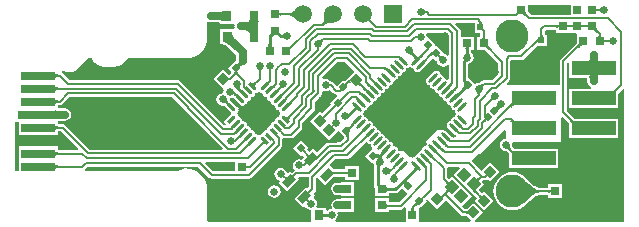
<source format=gbl>
G04 Layer_Physical_Order=4*
G04 Layer_Color=16711680*
%FSLAX43Y43*%
%MOMM*%
G71*
G01*
G75*
%ADD10C,0.203*%
%ADD17R,0.762X0.762*%
%ADD18C,0.635*%
%ADD19C,0.254*%
%ADD20R,1.500X1.500*%
%ADD21C,1.500*%
%ADD22C,2.800*%
%ADD23C,0.635*%
%ADD29R,0.800X0.900*%
G04:AMPARAMS|DCode=30|XSize=0.9mm|YSize=0.85mm|CornerRadius=0mm|HoleSize=0mm|Usage=FLASHONLY|Rotation=45.000|XOffset=0mm|YOffset=0mm|HoleType=Round|Shape=Rectangle|*
%AMROTATEDRECTD30*
4,1,4,-0.018,-0.619,-0.619,-0.018,0.018,0.619,0.619,0.018,-0.018,-0.619,0.0*
%
%ADD30ROTATEDRECTD30*%

%ADD31P,1.078X4X180.0*%
%ADD32P,0.735X4X180.0*%
%ADD33P,7.495X4X90.0*%
G04:AMPARAMS|DCode=34|XSize=0.25mm|YSize=1.05mm|CornerRadius=0mm|HoleSize=0mm|Usage=FLASHONLY|Rotation=45.000|XOffset=0mm|YOffset=0mm|HoleType=Round|Shape=Round|*
%AMOVALD34*
21,1,0.800,0.250,0.000,0.000,135.0*
1,1,0.250,0.283,-0.283*
1,1,0.250,-0.283,0.283*
%
%ADD34OVALD34*%

G04:AMPARAMS|DCode=35|XSize=0.25mm|YSize=1.05mm|CornerRadius=0mm|HoleSize=0mm|Usage=FLASHONLY|Rotation=315.000|XOffset=0mm|YOffset=0mm|HoleType=Round|Shape=Round|*
%AMOVALD35*
21,1,0.800,0.250,0.000,0.000,45.0*
1,1,0.250,-0.283,-0.283*
1,1,0.250,0.283,0.283*
%
%ADD35OVALD35*%

%ADD36R,0.520X0.520*%
%ADD37P,1.078X4X90.0*%
%ADD38P,0.735X4X90.0*%
%ADD39R,0.762X0.762*%
G04:AMPARAMS|DCode=40|XSize=1.05mm|YSize=0.6mm|CornerRadius=0mm|HoleSize=0mm|Usage=FLASHONLY|Rotation=45.000|XOffset=0mm|YOffset=0mm|HoleType=Round|Shape=Rectangle|*
%AMROTATEDRECTD40*
4,1,4,-0.159,-0.583,-0.583,-0.159,0.159,0.583,0.583,0.159,-0.159,-0.583,0.0*
%
%ADD40ROTATEDRECTD40*%

%ADD41R,2.900X0.800*%
%ADD42R,3.200X0.800*%
%ADD43R,3.683X1.270*%
%ADD44R,0.282X0.282*%
%ADD45C,0.280*%
G04:AMPARAMS|DCode=46|XSize=2.45mm|YSize=2.25mm|CornerRadius=0mm|HoleSize=0mm|Usage=FLASHONLY|Rotation=225.000|XOffset=0mm|YOffset=0mm|HoleType=Round|Shape=Rectangle|*
%AMROTATEDRECTD46*
4,1,4,0.071,1.662,1.662,0.071,-0.071,-1.662,-1.662,-0.071,0.071,1.662,0.0*
%
%ADD46ROTATEDRECTD46*%

G04:AMPARAMS|DCode=47|XSize=2.45mm|YSize=2.25mm|CornerRadius=0mm|HoleSize=0mm|Usage=FLASHONLY|Rotation=315.000|XOffset=0mm|YOffset=0mm|HoleType=Round|Shape=Rectangle|*
%AMROTATEDRECTD47*
4,1,4,-1.662,0.071,-0.071,1.662,1.662,-0.071,0.071,-1.662,-1.662,0.071,0.0*
%
%ADD47ROTATEDRECTD47*%

G04:AMPARAMS|DCode=48|XSize=0.28mm|YSize=0.7mm|CornerRadius=0mm|HoleSize=0mm|Usage=FLASHONLY|Rotation=315.000|XOffset=0mm|YOffset=0mm|HoleType=Round|Shape=Rectangle|*
%AMROTATEDRECTD48*
4,1,4,-0.346,-0.148,0.148,0.346,0.346,0.148,-0.148,-0.346,-0.346,-0.148,0.0*
%
%ADD48ROTATEDRECTD48*%

G04:AMPARAMS|DCode=49|XSize=0.28mm|YSize=0.7mm|CornerRadius=0mm|HoleSize=0mm|Usage=FLASHONLY|Rotation=225.000|XOffset=0mm|YOffset=0mm|HoleType=Round|Shape=Rectangle|*
%AMROTATEDRECTD49*
4,1,4,-0.148,0.346,0.346,-0.148,0.148,-0.346,-0.346,0.148,-0.148,0.346,0.0*
%
%ADD49ROTATEDRECTD49*%

G36*
X3461Y8403D02*
X3455Y8406D01*
X3446Y8406D01*
X3435Y8403D01*
X3422Y8396D01*
X3406Y8386D01*
X3388Y8372D01*
X3345Y8335D01*
X3292Y8284D01*
X3149Y8428D01*
X3176Y8455D01*
X3250Y8542D01*
X3260Y8557D01*
X3267Y8571D01*
X3271Y8582D01*
X3271Y8590D01*
X3267Y8596D01*
X3461Y8403D01*
D02*
G37*
G36*
X3814Y8050D02*
X3808Y8053D01*
X3800Y8053D01*
X3789Y8049D01*
X3775Y8042D01*
X3760Y8032D01*
X3742Y8019D01*
X3699Y7981D01*
X3646Y7931D01*
X3502Y8074D01*
X3529Y8102D01*
X3604Y8188D01*
X3614Y8204D01*
X3621Y8217D01*
X3624Y8228D01*
X3624Y8237D01*
X3621Y8243D01*
X3814Y8050D01*
D02*
G37*
G36*
X12916Y8474D02*
X12899Y8450D01*
X12884Y8425D01*
X12871Y8397D01*
X12861Y8368D01*
X12852Y8336D01*
X12845Y8302D01*
X12840Y8266D01*
X12837Y8228D01*
X12836Y8188D01*
X12632Y7985D01*
X12627Y8183D01*
X12935Y8495D01*
X12916Y8474D01*
D02*
G37*
G36*
X-12004Y8984D02*
X-11998Y8967D01*
X-11988Y8951D01*
X-11973Y8938D01*
X-11955Y8927D01*
X-11932Y8918D01*
X-11905Y8911D01*
X-11874Y8906D01*
X-11839Y8903D01*
X-11800Y8902D01*
Y8698D01*
X-11839Y8697D01*
X-11874Y8694D01*
X-11905Y8689D01*
X-11932Y8682D01*
X-11955Y8673D01*
X-11973Y8662D01*
X-11988Y8649D01*
X-11998Y8633D01*
X-12004Y8616D01*
X-12006Y8597D01*
Y9003D01*
X-12004Y8984D01*
D02*
G37*
G36*
X13310Y9037D02*
X13304Y9034D01*
X13296Y9029D01*
X13285Y9021D01*
X13256Y8997D01*
X13170Y8916D01*
X13143Y8888D01*
X12999Y9032D01*
X13027Y9059D01*
X13145Y9193D01*
X13148Y9199D01*
X13310Y9037D01*
D02*
G37*
G36*
X13039Y8784D02*
X13012Y8756D01*
X12989Y8729D01*
X12971Y8704D01*
X12957Y8680D01*
X12948Y8657D01*
X12942Y8636D01*
X12942Y8617D01*
X12945Y8598D01*
X12953Y8582D01*
X12965Y8567D01*
X12678Y8854D01*
X12693Y8842D01*
X12709Y8834D01*
X12727Y8831D01*
X12747Y8831D01*
X12768Y8837D01*
X12791Y8846D01*
X12815Y8860D01*
X12840Y8878D01*
X12867Y8901D01*
X12895Y8928D01*
X13039Y8784D01*
D02*
G37*
G36*
X3107Y8757D02*
X3101Y8760D01*
X3093Y8760D01*
X3082Y8756D01*
X3068Y8750D01*
X3053Y8739D01*
X3035Y8726D01*
X2991Y8688D01*
X2939Y8638D01*
X2795Y8781D01*
X2822Y8809D01*
X2897Y8895D01*
X2907Y8911D01*
X2914Y8924D01*
X2917Y8935D01*
X2917Y8944D01*
X2914Y8950D01*
X3107Y8757D01*
D02*
G37*
G36*
X31520Y14292D02*
Y12972D01*
X33020D01*
X33021Y12968D01*
X33028Y12925D01*
X33034Y12854D01*
Y12714D01*
X33075Y12511D01*
X33190Y12338D01*
X33344Y12235D01*
X33341Y12163D01*
X33323Y12108D01*
X31520D01*
Y10432D01*
X35610D01*
Y11675D01*
X36028Y12093D01*
X36155Y12040D01*
Y1000D01*
X36156Y988D01*
X36114Y886D01*
X36013Y844D01*
X36000Y845D01*
X23538D01*
X23489Y963D01*
X24157Y1631D01*
X23331Y2457D01*
X22821Y1947D01*
X22758Y1942D01*
X22648D01*
X22424Y2165D01*
X23257Y2998D01*
X22462Y3794D01*
X21573Y4682D01*
X21331Y4440D01*
X21186Y4586D01*
Y5357D01*
X21184Y5366D01*
X21265Y5464D01*
X22189D01*
X22238Y5347D01*
X21693Y4802D01*
X22488Y4006D01*
X23229Y3265D01*
X23232Y3262D01*
X23233Y3261D01*
X23234Y3259D01*
X23250Y3244D01*
X23377Y3118D01*
X23379Y3120D01*
X23686Y2812D01*
X23493Y2619D01*
X24319Y1793D01*
X25145Y2619D01*
X24319Y3445D01*
X24126Y3252D01*
X23818Y3559D01*
X24300Y4041D01*
X24116Y4226D01*
X24182Y4339D01*
X24388D01*
X24507Y4363D01*
X24608Y4430D01*
X24626Y4448D01*
X24819Y4255D01*
X25645Y5081D01*
X24819Y5907D01*
X24051Y5139D01*
X23244Y5945D01*
X23255Y6008D01*
X23292Y6077D01*
X23504Y6119D01*
X23706Y6254D01*
X26018Y8566D01*
X26135Y8518D01*
Y7866D01*
X25959Y7831D01*
X25787Y7716D01*
X25672Y7544D01*
X25631Y7341D01*
X25672Y7137D01*
X25787Y6965D01*
X25959Y6850D01*
X26069Y6828D01*
X26088Y6821D01*
X26116Y6817D01*
X26137Y6812D01*
X26156Y6807D01*
X26174Y6801D01*
X26189Y6795D01*
X26203Y6788D01*
X26215Y6781D01*
X26226Y6773D01*
X26227Y6773D01*
X26390Y6609D01*
X26419Y6578D01*
X26438Y6554D01*
X26440Y6552D01*
Y5352D01*
X30530D01*
Y7028D01*
X26857D01*
X26811Y7068D01*
X26691Y7187D01*
X26688Y7193D01*
X26685Y7200D01*
X26682Y7206D01*
X26681Y7213D01*
X26679Y7222D01*
X26679Y7233D01*
X26679Y7246D01*
X26682Y7269D01*
X26681Y7280D01*
X26693Y7341D01*
X26669Y7460D01*
X26765Y7587D01*
X30834D01*
Y9655D01*
X30952Y9704D01*
X31472Y9184D01*
X31502Y9151D01*
X31520Y9129D01*
Y7892D01*
X35610D01*
Y9568D01*
X31974D01*
X31925Y9610D01*
X31324Y10210D01*
Y14277D01*
X31404Y14343D01*
X31520Y14292D01*
D02*
G37*
G36*
X21087Y7425D02*
X21092Y7417D01*
X21100Y7406D01*
X21124Y7378D01*
X21206Y7292D01*
X21233Y7264D01*
X21089Y7120D01*
X21062Y7148D01*
X20928Y7267D01*
X20922Y7269D01*
X21085Y7431D01*
X21087Y7425D01*
D02*
G37*
G36*
X-1087Y10348D02*
X-1025Y10255D01*
X2181Y7049D01*
X2132Y6932D01*
X-9075D01*
X-11163Y9020D01*
X-11264Y9087D01*
X-11383Y9111D01*
X-11797D01*
Y9353D01*
X-11563Y9369D01*
X-11207D01*
X-11004Y9410D01*
X-10832Y9525D01*
X-10717Y9697D01*
X-10677Y9900D01*
X-10717Y10103D01*
X-10832Y10275D01*
X-11004Y10390D01*
X-11207Y10431D01*
X-11649D01*
X-11681Y10432D01*
X-11797Y10441D01*
Y10689D01*
X-11625D01*
X-11506Y10713D01*
X-11405Y10780D01*
X-10804Y11381D01*
X-2120D01*
X-1087Y10348D01*
D02*
G37*
G36*
X-15103Y8197D02*
X-11797D01*
Y8489D01*
X-11512D01*
X-10050Y7028D01*
X-10099Y6911D01*
X-11797D01*
Y7203D01*
X-15103D01*
Y5997D01*
Y5166D01*
X-15230Y5099D01*
X-15279Y5109D01*
X-15346Y5154D01*
X-15391Y5221D01*
X-15406Y5293D01*
X-15404Y5300D01*
Y9170D01*
X-15403Y9297D01*
X-15103D01*
Y8197D01*
D02*
G37*
G36*
X4521Y7342D02*
X4515Y7346D01*
X4507Y7346D01*
X4496Y7342D01*
X4483Y7335D01*
X4467Y7325D01*
X4449Y7312D01*
X4406Y7274D01*
X4353Y7224D01*
X4209Y7367D01*
X4236Y7395D01*
X4311Y7481D01*
X4321Y7497D01*
X4328Y7510D01*
X4331Y7521D01*
X4331Y7530D01*
X4328Y7536D01*
X4521Y7342D01*
D02*
G37*
G36*
X4168Y7696D02*
X4162Y7699D01*
X4153Y7699D01*
X4142Y7696D01*
X4129Y7689D01*
X4113Y7679D01*
X4095Y7665D01*
X4052Y7628D01*
X3999Y7577D01*
X3856Y7721D01*
X3883Y7748D01*
X3957Y7835D01*
X3967Y7850D01*
X3974Y7864D01*
X3978Y7875D01*
X3978Y7883D01*
X3975Y7889D01*
X4168Y7696D01*
D02*
G37*
G36*
X21370Y7843D02*
X21375Y7826D01*
X21387Y7811D01*
X21405Y7798D01*
X21430Y7787D01*
X21460Y7779D01*
X21497Y7772D01*
X21541Y7767D01*
X21590Y7764D01*
X21646Y7763D01*
X21622Y7559D01*
X21517Y7560D01*
X21242Y7579D01*
X21237Y7586D01*
X21249Y7594D01*
X21278Y7603D01*
X21323Y7613D01*
X21370Y7862D01*
X21370Y7843D01*
D02*
G37*
G36*
X5815Y7446D02*
X5800Y7458D01*
X5783Y7466D01*
X5765Y7470D01*
X5746Y7469D01*
X5725Y7463D01*
X5702Y7454D01*
X5678Y7440D01*
X5653Y7422D01*
X5626Y7399D01*
X5597Y7372D01*
X5454Y7516D01*
X5481Y7544D01*
X5503Y7571D01*
X5522Y7597D01*
X5536Y7621D01*
X5545Y7643D01*
X5550Y7664D01*
X5551Y7684D01*
X5548Y7702D01*
X5540Y7718D01*
X5528Y7733D01*
X5815Y7446D01*
D02*
G37*
G36*
X31775Y9465D02*
X31850Y9402D01*
X31883Y9379D01*
X31913Y9361D01*
X31940Y9349D01*
X31965Y9343D01*
X31986Y9343D01*
X32005Y9348D01*
X32021Y9359D01*
X31730Y9081D01*
X31741Y9096D01*
X31747Y9114D01*
X31747Y9136D01*
X31741Y9160D01*
X31729Y9187D01*
X31712Y9217D01*
X31688Y9250D01*
X31659Y9287D01*
X31583Y9368D01*
X31733Y9505D01*
X31775Y9465D01*
D02*
G37*
G36*
X7994Y10865D02*
X7967Y10837D01*
X7893Y10751D01*
X7883Y10735D01*
X7876Y10722D01*
X7872Y10711D01*
X7872Y10703D01*
X7875Y10697D01*
X7682Y10890D01*
X7688Y10887D01*
X7697Y10887D01*
X7708Y10890D01*
X7721Y10897D01*
X7737Y10907D01*
X7755Y10921D01*
X7798Y10958D01*
X7851Y11009D01*
X7994Y10865D01*
D02*
G37*
G36*
X2483Y11223D02*
X2501Y11160D01*
X2512Y11131D01*
X2525Y11104D01*
X2539Y11077D01*
X2554Y11052D01*
X2570Y11029D01*
X2588Y11007D01*
X2607Y10987D01*
X2494Y10812D01*
X2472Y10832D01*
X2449Y10849D01*
X2425Y10864D01*
X2400Y10876D01*
X2375Y10884D01*
X2348Y10890D01*
X2320Y10894D01*
X2291Y10894D01*
X2261Y10891D01*
X2230Y10886D01*
X2475Y11257D01*
X2483Y11223D01*
D02*
G37*
G36*
X-12004Y11184D02*
X-11998Y11167D01*
X-11988Y11151D01*
X-11973Y11138D01*
X-11955Y11127D01*
X-11932Y11118D01*
X-11905Y11111D01*
X-11874Y11106D01*
X-11839Y11103D01*
X-11800Y11102D01*
Y10898D01*
X-11839Y10897D01*
X-11874Y10894D01*
X-11905Y10889D01*
X-11932Y10882D01*
X-11955Y10873D01*
X-11973Y10862D01*
X-11988Y10849D01*
X-11998Y10833D01*
X-12004Y10816D01*
X-12006Y10797D01*
Y11203D01*
X-12004Y11184D01*
D02*
G37*
G36*
X25219Y11189D02*
X25186Y11188D01*
X25154Y11185D01*
X25124Y11180D01*
X25094Y11173D01*
X25066Y11164D01*
X25040Y11153D01*
X25015Y11140D01*
X24991Y11124D01*
X24968Y11107D01*
X24947Y11087D01*
X24803Y11231D01*
X24823Y11252D01*
X24840Y11275D01*
X24856Y11299D01*
X24869Y11324D01*
X24880Y11350D01*
X24889Y11378D01*
X24896Y11408D01*
X24901Y11438D01*
X24904Y11470D01*
X24905Y11503D01*
X25219Y11189D01*
D02*
G37*
G36*
X13877Y11792D02*
X14011Y11673D01*
X14017Y11671D01*
X13855Y11508D01*
X13852Y11514D01*
X13847Y11522D01*
X13839Y11533D01*
X13815Y11562D01*
X13734Y11648D01*
X13706Y11675D01*
X13850Y11819D01*
X13877Y11792D01*
D02*
G37*
G36*
X3017Y12001D02*
X3028Y11988D01*
X3112Y11897D01*
X3265Y11743D01*
X3193Y11617D01*
X3292Y11716D01*
X3320Y11689D01*
X3406Y11614D01*
X3422Y11604D01*
X3435Y11597D01*
X3446Y11594D01*
X3455Y11594D01*
X3461Y11597D01*
X3267Y11404D01*
X3271Y11410D01*
X3271Y11418D01*
X3267Y11429D01*
X3260Y11442D01*
X3250Y11458D01*
X3237Y11476D01*
X3199Y11519D01*
X3157Y11564D01*
X3138Y11581D01*
X3115Y11598D01*
X3093Y11612D01*
X3071Y11621D01*
X3049Y11626D01*
X3028Y11628D01*
X3007Y11625D01*
X2986Y11619D01*
X2965Y11608D01*
X2945Y11594D01*
X3011Y12009D01*
X3017Y12001D01*
D02*
G37*
G36*
X7641Y11219D02*
X7614Y11191D01*
X7539Y11105D01*
X7529Y11089D01*
X7522Y11076D01*
X7519Y11065D01*
X7519Y11056D01*
X7522Y11050D01*
X7329Y11243D01*
X7335Y11240D01*
X7343Y11240D01*
X7354Y11244D01*
X7367Y11250D01*
X7383Y11261D01*
X7401Y11274D01*
X7444Y11312D01*
X7497Y11362D01*
X7641Y11219D01*
D02*
G37*
G36*
X5385Y11745D02*
X5519Y11718D01*
X5522Y11715D01*
X5549Y11581D01*
X5625Y11467D01*
X5738Y11391D01*
X5752Y11389D01*
X5876Y11361D01*
X5902Y11227D01*
X5978Y11114D01*
X6092Y11038D01*
X6226Y11011D01*
X6229Y11008D01*
X6256Y10874D01*
X6332Y10760D01*
X6445Y10684D01*
X6579Y10658D01*
X6607Y10534D01*
X6609Y10520D01*
X6685Y10407D01*
X6799Y10331D01*
X6812Y10328D01*
X6936Y10300D01*
X6963Y10167D01*
X7017Y10085D01*
X7039Y9947D01*
X6963Y9833D01*
X6960Y9820D01*
X6933Y9699D01*
X6812Y9672D01*
X6799Y9669D01*
X6685Y9593D01*
X6609Y9480D01*
X6583Y9346D01*
X6579Y9342D01*
X6445Y9316D01*
X6332Y9240D01*
X6256Y9126D01*
X6253Y9113D01*
X6226Y8992D01*
X6105Y8965D01*
X6092Y8962D01*
X5978Y8886D01*
X5902Y8773D01*
X5900Y8759D01*
X5873Y8638D01*
X5752Y8611D01*
X5738Y8609D01*
X5625Y8533D01*
X5549Y8419D01*
X5522Y8285D01*
X5519Y8282D01*
X5385Y8255D01*
X5303Y8201D01*
X5218Y8187D01*
X5133Y8201D01*
X5051Y8255D01*
X4917Y8282D01*
X4914Y8285D01*
X4887Y8419D01*
X4811Y8533D01*
X4698Y8609D01*
X4684Y8611D01*
X4563Y8638D01*
X4536Y8759D01*
X4534Y8773D01*
X4458Y8886D01*
X4344Y8962D01*
X4331Y8965D01*
X4210Y8992D01*
X4183Y9113D01*
X4180Y9126D01*
X4104Y9240D01*
X3991Y9316D01*
X3977Y9318D01*
X3856Y9345D01*
X3829Y9466D01*
X3827Y9480D01*
X3751Y9593D01*
X3637Y9669D01*
X3503Y9696D01*
X3500Y9699D01*
X3473Y9833D01*
X3419Y9915D01*
X3405Y10000D01*
X3419Y10085D01*
X3473Y10167D01*
X3500Y10301D01*
X3489Y10353D01*
X3536Y10400D01*
X3416Y10519D01*
X3397Y10548D01*
X3368Y10567D01*
X2777Y11159D01*
X2777Y11299D01*
X2797Y11317D01*
X2804Y11320D01*
X2946Y11348D01*
X2997Y11382D01*
X3119Y11260D01*
X3121Y11257D01*
X3124Y11255D01*
X3590Y10789D01*
X3609Y10760D01*
X3638Y10741D01*
X3758Y10621D01*
X3805Y10668D01*
X3857Y10658D01*
X3991Y10684D01*
X4104Y10760D01*
X4180Y10874D01*
X4183Y10887D01*
X4210Y11011D01*
X4344Y11038D01*
X4458Y11114D01*
X4534Y11227D01*
X4536Y11241D01*
X4564Y11365D01*
X4698Y11391D01*
X4811Y11467D01*
X4887Y11581D01*
X4890Y11594D01*
X4917Y11715D01*
X5038Y11742D01*
X5051Y11745D01*
X5133Y11799D01*
X5271Y11821D01*
X5385Y11745D01*
D02*
G37*
G36*
X-11997Y10282D02*
X-11978Y10268D01*
X-11946Y10256D01*
X-11902Y10246D01*
X-11845Y10237D01*
X-11692Y10225D01*
X-11368Y10217D01*
Y9583D01*
X-11489Y9582D01*
X-11902Y9554D01*
X-11946Y9544D01*
X-11978Y9532D01*
X-11997Y9518D01*
X-12003Y9503D01*
Y10297D01*
X-11997Y10282D01*
D02*
G37*
G36*
X24551Y9334D02*
X24536Y9346D01*
X24519Y9354D01*
X24501Y9358D01*
X24482Y9357D01*
X24461Y9351D01*
X24438Y9342D01*
X24414Y9328D01*
X24389Y9310D01*
X24362Y9287D01*
X24333Y9260D01*
X24190Y9404D01*
X24217Y9432D01*
X24239Y9459D01*
X24258Y9485D01*
X24271Y9509D01*
X24281Y9531D01*
X24286Y9552D01*
X24287Y9572D01*
X24284Y9590D01*
X24276Y9606D01*
X24264Y9621D01*
X24551Y9334D01*
D02*
G37*
G36*
X26702Y9468D02*
X26770Y9409D01*
X26800Y9386D01*
X26827Y9369D01*
X26852Y9357D01*
X26873Y9350D01*
X26892Y9348D01*
X26908Y9351D01*
X26922Y9359D01*
X26650Y9120D01*
X26659Y9132D01*
X26663Y9147D01*
X26662Y9165D01*
X26655Y9186D01*
X26643Y9211D01*
X26626Y9238D01*
X26603Y9268D01*
X26575Y9302D01*
X26503Y9378D01*
X26663Y9505D01*
X26702Y9468D01*
D02*
G37*
G36*
X7846Y9620D02*
X7819Y9592D01*
X7796Y9565D01*
X7778Y9540D01*
X7764Y9516D01*
X7754Y9493D01*
X7749Y9472D01*
X7748Y9453D01*
X7752Y9435D01*
X7760Y9418D01*
X7772Y9403D01*
X7484Y9690D01*
X7500Y9678D01*
X7516Y9670D01*
X7534Y9667D01*
X7554Y9668D01*
X7575Y9673D01*
X7597Y9682D01*
X7621Y9696D01*
X7647Y9715D01*
X7674Y9737D01*
X7702Y9764D01*
X7846Y9620D01*
D02*
G37*
G36*
X26852Y10641D02*
X26840Y10656D01*
X26824Y10665D01*
X26805Y10666D01*
X26782Y10661D01*
X26755Y10650D01*
X26724Y10632D01*
X26690Y10608D01*
X26652Y10576D01*
X26564Y10495D01*
X26503Y10721D01*
X26540Y10759D01*
X26599Y10829D01*
X26621Y10861D01*
X26638Y10891D01*
X26650Y10919D01*
X26658Y10944D01*
X26660Y10968D01*
X26657Y10989D01*
X26650Y11008D01*
X26852Y10641D01*
D02*
G37*
G36*
X25723Y10478D02*
X25697Y10477D01*
X25671Y10474D01*
X25645Y10469D01*
X25620Y10461D01*
X25595Y10451D01*
X25570Y10439D01*
X25546Y10424D01*
X25536Y10417D01*
X25519Y10393D01*
X25501Y10363D01*
X25489Y10335D01*
X25483Y10309D01*
X25482Y10285D01*
X25486Y10262D01*
X25496Y10241D01*
X25511Y10222D01*
X25152Y10582D01*
X25171Y10566D01*
X25192Y10557D01*
X25214Y10552D01*
X25239Y10553D01*
X25265Y10560D01*
X25293Y10572D01*
X25323Y10589D01*
X25349Y10607D01*
X25357Y10618D01*
X25371Y10643D01*
X25384Y10667D01*
X25394Y10692D01*
X25402Y10717D01*
X25408Y10743D01*
X25412Y10769D01*
X25413Y10796D01*
X25723Y10478D01*
D02*
G37*
G36*
X24479Y9908D02*
X24335Y9764D01*
X24261Y9839D01*
X24405Y9982D01*
X24479Y9908D01*
D02*
G37*
G36*
X26472Y7261D02*
X26471Y7230D01*
X26473Y7201D01*
X26477Y7173D01*
X26484Y7145D01*
X26493Y7119D01*
X26506Y7094D01*
X26520Y7070D01*
X26538Y7047D01*
X26558Y7025D01*
X26392Y6903D01*
X26372Y6922D01*
X26349Y6940D01*
X26326Y6956D01*
X26301Y6971D01*
X26274Y6984D01*
X26246Y6995D01*
X26217Y7005D01*
X26186Y7014D01*
X26154Y7021D01*
X26120Y7026D01*
X26476Y7293D01*
X26472Y7261D01*
D02*
G37*
G36*
X21386Y3319D02*
X21371Y3331D01*
X21354Y3339D01*
X21336Y3342D01*
X21316Y3342D01*
X21295Y3336D01*
X21273Y3327D01*
X21249Y3313D01*
X21223Y3294D01*
X21196Y3272D01*
X21168Y3245D01*
X21024Y3389D01*
X21051Y3417D01*
X21074Y3444D01*
X21092Y3469D01*
X21106Y3493D01*
X21116Y3516D01*
X21121Y3537D01*
X21122Y3556D01*
X21118Y3575D01*
X21111Y3591D01*
X21098Y3606D01*
X21386Y3319D01*
D02*
G37*
G36*
X23582Y3616D02*
X23574Y3599D01*
X23571Y3581D01*
X23572Y3562D01*
X23577Y3541D01*
X23586Y3518D01*
X23600Y3494D01*
X23618Y3469D01*
X23641Y3442D01*
X23668Y3414D01*
X23524Y3270D01*
X23377Y3410D01*
X23594Y3631D01*
X23582Y3616D01*
D02*
G37*
G36*
X20897Y2974D02*
X20871Y2946D01*
X20848Y2920D01*
X20830Y2895D01*
X20815Y2872D01*
X20805Y2851D01*
X20799Y2831D01*
X20797Y2813D01*
X20799Y2797D01*
X20805Y2782D01*
X20815Y2769D01*
X20536Y3044D01*
X20551Y3032D01*
X20568Y3024D01*
X20586Y3021D01*
X20606Y3021D01*
X20627Y3027D01*
X20649Y3036D01*
X20673Y3050D01*
X20698Y3068D01*
X20725Y3091D01*
X20754Y3118D01*
X20897Y2974D01*
D02*
G37*
G36*
X16026Y3805D02*
X16033Y3783D01*
X16046Y3764D01*
X16064Y3748D01*
X16087Y3734D01*
X16116Y3722D01*
X16149Y3713D01*
X16188Y3707D01*
X16231Y3703D01*
X16280Y3702D01*
Y3448D01*
X16231Y3447D01*
X16188Y3443D01*
X16149Y3437D01*
X16116Y3428D01*
X16087Y3416D01*
X16064Y3402D01*
X16046Y3386D01*
X16033Y3367D01*
X16026Y3345D01*
X16023Y3321D01*
Y3829D01*
X16026Y3805D01*
D02*
G37*
G36*
X15444Y4158D02*
X15448Y4115D01*
X15455Y4076D01*
X15464Y4043D01*
X15475Y4015D01*
X15489Y3991D01*
X15505Y3973D01*
X15524Y3960D01*
X15546Y3952D01*
X15570Y3950D01*
X15271Y3953D01*
X15189Y4207D01*
X15443D01*
X15444Y4158D01*
D02*
G37*
G36*
X21214Y4263D02*
X21241Y4240D01*
X21267Y4222D01*
X21291Y4208D01*
X21313Y4199D01*
X21334Y4193D01*
X21354Y4192D01*
X21372Y4196D01*
X21388Y4204D01*
X21403Y4216D01*
X21116Y3929D01*
X21128Y3944D01*
X21136Y3960D01*
X21140Y3978D01*
X21139Y3998D01*
X21133Y4019D01*
X21124Y4041D01*
X21110Y4065D01*
X21092Y4091D01*
X21069Y4118D01*
X21042Y4146D01*
X21186Y4290D01*
X21214Y4263D01*
D02*
G37*
G36*
X17647Y4250D02*
X17681Y4222D01*
X17712Y4199D01*
X17742Y4182D01*
X17770Y4170D01*
X17797Y4163D01*
X17821Y4162D01*
X17843Y4167D01*
X17864Y4177D01*
X17883Y4192D01*
X17524Y3833D01*
X17539Y3851D01*
X17549Y3872D01*
X17553Y3895D01*
X17552Y3919D01*
X17546Y3945D01*
X17534Y3973D01*
X17517Y4003D01*
X17494Y4035D01*
X17466Y4069D01*
X17432Y4104D01*
X17612Y4284D01*
X17647Y4250D01*
D02*
G37*
G36*
X19203Y2797D02*
X19177Y2769D01*
X19154Y2743D01*
X19136Y2718D01*
X19122Y2694D01*
X19113Y2672D01*
X19108Y2651D01*
X19107Y2632D01*
X19110Y2614D01*
X19118Y2598D01*
X19130Y2583D01*
X18842Y2867D01*
X18857Y2855D01*
X18874Y2847D01*
X18892Y2844D01*
X18911Y2845D01*
X18932Y2850D01*
X18955Y2859D01*
X18979Y2873D01*
X19004Y2891D01*
X19031Y2914D01*
X19059Y2941D01*
X19203Y2797D01*
D02*
G37*
G36*
X12348Y1845D02*
X12343Y1856D01*
X12329Y1866D01*
X12305Y1876D01*
X12272Y1883D01*
X12229Y1890D01*
X12116Y1900D01*
X11964Y1904D01*
X11874Y1905D01*
Y2540D01*
X11964Y2541D01*
X12272Y2562D01*
X12305Y2569D01*
X12329Y2579D01*
X12343Y2589D01*
X12348Y2600D01*
Y1845D01*
D02*
G37*
G36*
X18326Y1921D02*
X18329Y1886D01*
X18334Y1855D01*
X18341Y1829D01*
X18351Y1806D01*
X18362Y1787D01*
X18375Y1773D01*
X18390Y1763D01*
X18407Y1756D01*
X18427Y1754D01*
X18020D01*
X18040Y1756D01*
X18057Y1763D01*
X18072Y1773D01*
X18085Y1787D01*
X18097Y1806D01*
X18106Y1829D01*
X18113Y1855D01*
X18118Y1886D01*
X18121Y1921D01*
X18122Y1961D01*
X18325D01*
X18326Y1921D01*
D02*
G37*
G36*
X23002Y1430D02*
X22999Y1449D01*
X22990Y1466D01*
X22975Y1481D01*
X22953Y1494D01*
X22926Y1505D01*
X22892Y1514D01*
X22852Y1521D01*
X22806Y1526D01*
X22695Y1529D01*
X22695Y1733D01*
X22754Y1734D01*
X22852Y1742D01*
X22892Y1749D01*
X22926Y1758D01*
X22953Y1768D01*
X22975Y1781D01*
X22990Y1796D01*
X22999Y1813D01*
X23002Y1832D01*
Y1430D01*
D02*
G37*
G36*
X20281Y1943D02*
X20960Y2622D01*
X20963Y2624D01*
X21084Y2626D01*
X22299Y1411D01*
X22400Y1344D01*
X22519Y1320D01*
X22747D01*
X22791Y1319D01*
X22820Y1316D01*
X23173Y963D01*
X23125Y845D01*
X18809D01*
Y1964D01*
X18809Y1964D01*
X18809D01*
X18891Y2051D01*
X18910Y2070D01*
X18913Y2072D01*
X18915Y2075D01*
X19275Y2435D01*
X19278Y2437D01*
X19280Y2440D01*
X19422Y2583D01*
X19353Y2652D01*
X19463Y2761D01*
X20281Y1943D01*
D02*
G37*
G36*
X24008Y3075D02*
X24035Y3052D01*
X24061Y3034D01*
X24085Y3020D01*
X24107Y3010D01*
X24128Y3005D01*
X24148Y3004D01*
X24166Y3007D01*
X24183Y3015D01*
X24198Y3028D01*
X23910Y2740D01*
X23923Y2755D01*
X23930Y2772D01*
X23934Y2790D01*
X23933Y2809D01*
X23928Y2830D01*
X23918Y2853D01*
X23904Y2877D01*
X23886Y2902D01*
X23863Y2929D01*
X23836Y2958D01*
X23980Y3102D01*
X24008Y3075D01*
D02*
G37*
G36*
X18767Y2220D02*
X18752Y2232D01*
X18736Y2240D01*
X18718Y2243D01*
X18699Y2242D01*
X18678Y2237D01*
X18656Y2228D01*
X18632Y2214D01*
X18607Y2196D01*
X18581Y2173D01*
X18553Y2147D01*
X18409Y2291D01*
X18436Y2319D01*
X18458Y2346D01*
X18477Y2371D01*
X18491Y2395D01*
X18500Y2418D01*
X18505Y2439D01*
X18506Y2458D01*
X18503Y2476D01*
X18495Y2493D01*
X18483Y2508D01*
X18767Y2220D01*
D02*
G37*
G36*
X16025Y2362D02*
X16031Y2344D01*
X16042Y2329D01*
X16056Y2316D01*
X16075Y2305D01*
X16097Y2296D01*
X16124Y2288D01*
X16155Y2283D01*
X16190Y2280D01*
X16229Y2279D01*
Y2076D01*
X16190Y2075D01*
X16155Y2072D01*
X16124Y2067D01*
X16097Y2060D01*
X16075Y2051D01*
X16056Y2040D01*
X16042Y2026D01*
X16031Y2011D01*
X16025Y1994D01*
X16023Y1974D01*
Y2381D01*
X16025Y2362D01*
D02*
G37*
G36*
X14405Y7553D02*
X14440Y7501D01*
X14549Y7428D01*
X14574Y7423D01*
X14681Y7388D01*
X14716Y7281D01*
X14721Y7256D01*
X14794Y7147D01*
X14814Y7133D01*
X14827Y7007D01*
X14245Y6425D01*
X14835Y5835D01*
X14884Y5786D01*
X14952Y5681D01*
X14952Y5681D01*
X14979Y5559D01*
X14980Y5556D01*
Y3907D01*
X15005Y3778D01*
X15064Y3690D01*
Y2991D01*
X16233D01*
Y3238D01*
X16775D01*
X16904Y3264D01*
X17013Y3337D01*
X17368Y3692D01*
X17844Y3217D01*
X17116Y2488D01*
X16233D01*
Y2834D01*
X15064D01*
Y1666D01*
X16233D01*
Y1867D01*
X17244D01*
X17363Y1891D01*
X17464Y1958D01*
X17544Y2038D01*
X17640Y1955D01*
Y845D01*
X11711D01*
X11672Y972D01*
X11750Y1025D01*
X11865Y1197D01*
X11906Y1400D01*
X11873Y1565D01*
X11933Y1667D01*
X11959Y1692D01*
X12117D01*
X12141Y1690D01*
Y1638D01*
X12344D01*
X12348Y1638D01*
X12348Y1638D01*
X12348Y1638D01*
X12351Y1638D01*
X13310D01*
Y2807D01*
X12351D01*
X12348Y2807D01*
X12348Y2807D01*
X12348Y2807D01*
X12344Y2807D01*
X12141D01*
Y2760D01*
X12039Y2753D01*
X11874D01*
X11671Y2713D01*
X11499Y2598D01*
X11384Y2426D01*
X11344Y2223D01*
X11378Y2051D01*
X11377Y2010D01*
X11300Y1916D01*
X11172Y1890D01*
X11005Y1779D01*
X10973Y1786D01*
X10878Y1822D01*
Y2028D01*
X10152D01*
X10092Y2140D01*
X10112Y2171D01*
X10152Y2374D01*
X10112Y2577D01*
X9997Y2749D01*
X9877Y2829D01*
X9848Y2979D01*
X9947Y3078D01*
X9811Y3214D01*
X9959Y3363D01*
X10027Y3464D01*
X10050Y3583D01*
Y4514D01*
X10160Y4624D01*
X10826Y3958D01*
X11519Y4650D01*
X12509D01*
Y4377D01*
X13678D01*
Y5545D01*
X12509D01*
Y5272D01*
X11572D01*
X11190Y5654D01*
X11677Y6141D01*
X12684D01*
X12802Y6164D01*
X12903Y6232D01*
X14253Y7582D01*
X14405Y7553D01*
D02*
G37*
G36*
X15044Y6629D02*
X15054Y6613D01*
X15072Y6599D01*
X15096Y6586D01*
X15128Y6576D01*
X15166Y6567D01*
X15212Y6561D01*
X15264Y6556D01*
X15390Y6552D01*
X15390Y6363D01*
X15570D01*
X15571Y6331D01*
X15574Y6300D01*
X15578Y6271D01*
X15584Y6243D01*
X15592Y6218D01*
X15601Y6194D01*
X15613Y6172D01*
X15626Y6152D01*
X15640Y6133D01*
X15657Y6117D01*
X15229D01*
X15246Y6133D01*
X15261Y6152D01*
X15274Y6172D01*
X15285Y6194D01*
X15295Y6218D01*
X15302Y6243D01*
X15308Y6271D01*
X15312Y6296D01*
X15212Y6289D01*
X15166Y6283D01*
X15128Y6274D01*
X15096Y6264D01*
X15072Y6251D01*
X15054Y6237D01*
X15044Y6221D01*
X15040Y6202D01*
X15040Y6648D01*
X15044Y6629D01*
D02*
G37*
G36*
X20026Y6365D02*
X20031Y6356D01*
X20039Y6346D01*
X20063Y6317D01*
X20145Y6231D01*
X20172Y6204D01*
X20029Y6060D01*
X20001Y6087D01*
X19868Y6206D01*
X19862Y6208D01*
X20024Y6371D01*
X20026Y6365D01*
D02*
G37*
G36*
X19673Y6011D02*
X19678Y6003D01*
X19686Y5992D01*
X19710Y5964D01*
X19792Y5877D01*
X19819Y5850D01*
X19675Y5706D01*
X19648Y5734D01*
X19514Y5852D01*
X19508Y5855D01*
X19671Y6017D01*
X19673Y6011D01*
D02*
G37*
G36*
X-12004Y6784D02*
X-11998Y6767D01*
X-11988Y6751D01*
X-11973Y6738D01*
X-11955Y6727D01*
X-11932Y6718D01*
X-11905Y6711D01*
X-11874Y6706D01*
X-11839Y6703D01*
X-11800Y6702D01*
Y6498D01*
X-11839Y6497D01*
X-11874Y6494D01*
X-11905Y6489D01*
X-11932Y6482D01*
X-11955Y6473D01*
X-11973Y6462D01*
X-11988Y6449D01*
X-11998Y6433D01*
X-12004Y6416D01*
X-12006Y6397D01*
Y6803D01*
X-12004Y6784D01*
D02*
G37*
G36*
X20733Y7072D02*
X20739Y7064D01*
X20746Y7053D01*
X20771Y7024D01*
X20852Y6938D01*
X20880Y6911D01*
X20736Y6767D01*
X20708Y6794D01*
X20575Y6913D01*
X20569Y6915D01*
X20731Y7078D01*
X20733Y7072D01*
D02*
G37*
G36*
X26661Y6924D02*
X26737Y6858D01*
X26771Y6834D01*
X26801Y6817D01*
X26828Y6805D01*
X26852Y6799D01*
X26873Y6800D01*
X26891Y6806D01*
X26905Y6819D01*
X26650Y6505D01*
X26660Y6522D01*
X26664Y6541D01*
X26663Y6563D01*
X26657Y6588D01*
X26645Y6616D01*
X26627Y6646D01*
X26604Y6678D01*
X26576Y6714D01*
X26503Y6792D01*
X26617Y6965D01*
X26661Y6924D01*
D02*
G37*
G36*
X20380Y6718D02*
X20385Y6710D01*
X20393Y6699D01*
X20417Y6671D01*
X20499Y6585D01*
X20526Y6557D01*
X20382Y6413D01*
X20355Y6441D01*
X20221Y6559D01*
X20215Y6562D01*
X20378Y6724D01*
X20380Y6718D01*
D02*
G37*
G36*
X15556Y5585D02*
X15535Y5575D01*
X15516Y5563D01*
X15499Y5548D01*
X15484Y5531D01*
X15471Y5511D01*
X15461Y5488D01*
X15453Y5463D01*
X15448Y5436D01*
X15444Y5406D01*
X15443Y5374D01*
X15189Y5501D01*
X15189Y5533D01*
X15183Y5621D01*
X15179Y5648D01*
X15170Y5697D01*
X15164Y5720D01*
X15149Y5762D01*
X15556Y5585D01*
D02*
G37*
G36*
X24698Y4672D02*
X24683Y4685D01*
X24666Y4693D01*
X24648Y4696D01*
X24628Y4695D01*
X24607Y4690D01*
X24585Y4680D01*
X24561Y4666D01*
X24535Y4648D01*
X24508Y4625D01*
X24480Y4598D01*
X24336Y4742D01*
X24363Y4771D01*
X24386Y4798D01*
X24404Y4823D01*
X24418Y4847D01*
X24428Y4870D01*
X24433Y4891D01*
X24434Y4910D01*
X24430Y4928D01*
X24423Y4945D01*
X24410Y4960D01*
X24698Y4672D01*
D02*
G37*
G36*
X16836Y4817D02*
X16831Y4808D01*
X16829Y4797D01*
X16828Y4784D01*
X16831Y4770D01*
X16836Y4754D01*
X16843Y4736D01*
X16852Y4716D01*
X16865Y4694D01*
X16896Y4646D01*
X16459Y4727D01*
X16486Y4746D01*
X16599Y4832D01*
X16609Y4841D01*
X16616Y4850D01*
X16621Y4857D01*
X16836Y4817D01*
D02*
G37*
G36*
X23926Y4411D02*
X23899Y4383D01*
X23876Y4356D01*
X23858Y4331D01*
X23844Y4307D01*
X23834Y4284D01*
X23829Y4263D01*
X23828Y4244D01*
X23832Y4225D01*
X23839Y4209D01*
X23852Y4194D01*
X23564Y4481D01*
X23579Y4469D01*
X23596Y4461D01*
X23614Y4458D01*
X23634Y4458D01*
X23655Y4464D01*
X23677Y4473D01*
X23701Y4487D01*
X23727Y4506D01*
X23754Y4528D01*
X23782Y4555D01*
X23926Y4411D01*
D02*
G37*
G36*
X16215Y5335D02*
X16260Y5309D01*
X16279Y5299D01*
X16297Y5292D01*
X16313Y5287D01*
X16328Y5285D01*
X16341Y5285D01*
X16352Y5287D01*
X16361Y5292D01*
X16401Y5077D01*
X16394Y5073D01*
X16385Y5065D01*
X16375Y5055D01*
X16352Y5028D01*
X16323Y4990D01*
X16271Y4915D01*
X16190Y5352D01*
X16215Y5335D01*
D02*
G37*
G36*
X19319Y5658D02*
X19324Y5649D01*
X19332Y5639D01*
X19356Y5610D01*
X19438Y5524D01*
X19465Y5496D01*
X19322Y5353D01*
X19294Y5380D01*
X19160Y5499D01*
X19154Y5501D01*
X19317Y5664D01*
X19319Y5658D01*
D02*
G37*
G36*
X-12004Y5684D02*
X-11998Y5667D01*
X-11988Y5651D01*
X-11973Y5638D01*
X-11955Y5627D01*
X-11932Y5618D01*
X-11905Y5611D01*
X-11874Y5606D01*
X-11839Y5603D01*
X-11800Y5602D01*
Y5398D01*
X-11839Y5397D01*
X-11874Y5394D01*
X-11905Y5389D01*
X-11932Y5382D01*
X-11955Y5373D01*
X-11973Y5362D01*
X-11988Y5349D01*
X-11998Y5333D01*
X-12004Y5316D01*
X-12006Y5297D01*
Y5703D01*
X-12004Y5684D01*
D02*
G37*
G36*
X3213Y5094D02*
X1373D01*
X680Y5787D01*
X729Y5904D01*
X3213D01*
Y5094D01*
D02*
G37*
G36*
X6288Y15848D02*
X6292Y15805D01*
X6298Y15766D01*
X6307Y15733D01*
X6318Y15704D01*
X6332Y15681D01*
X6349Y15663D01*
X6368Y15650D01*
X6389Y15643D01*
X6413Y15640D01*
X5905D01*
X5930Y15643D01*
X5951Y15650D01*
X5970Y15663D01*
X5987Y15681D01*
X6001Y15704D01*
X6012Y15733D01*
X6021Y15766D01*
X6027Y15805D01*
X6031Y15848D01*
X6032Y15897D01*
X6286D01*
X6288Y15848D01*
D02*
G37*
G36*
X2942Y16867D02*
X2956Y16787D01*
X2978Y16705D01*
X3010Y16622D01*
X3050Y16539D01*
X3100Y16454D01*
X3158Y16368D01*
X3225Y16281D01*
X3302Y16193D01*
X3387Y16103D01*
X2988Y15604D01*
X2899Y15690D01*
X2723Y15833D01*
X2637Y15892D01*
X2553Y15941D01*
X2469Y15981D01*
X2386Y16013D01*
X2304Y16035D01*
X2224Y16049D01*
X2145Y16053D01*
X2938Y16947D01*
X2942Y16867D01*
D02*
G37*
G36*
X24636Y15820D02*
X24630Y15801D01*
Y15779D01*
X24636Y15755D01*
X24647Y15728D01*
X24665Y15698D01*
X24688Y15664D01*
X24716Y15629D01*
X24791Y15548D01*
X24647Y15404D01*
X24606Y15445D01*
X24531Y15508D01*
X24498Y15531D01*
X24468Y15548D01*
X24440Y15560D01*
X24416Y15565D01*
X24395D01*
X24376Y15560D01*
X24360Y15548D01*
X24647Y15835D01*
X24636Y15820D01*
D02*
G37*
G36*
X32612Y15726D02*
X32596Y15737D01*
X32578Y15743D01*
X32556D01*
X32532Y15737D01*
X32504Y15726D01*
X32474Y15709D01*
X32441Y15686D01*
X32405Y15657D01*
X32325Y15582D01*
X32181Y15726D01*
X32221Y15768D01*
X32285Y15842D01*
X32308Y15875D01*
X32325Y15906D01*
X32336Y15933D01*
X32342Y15957D01*
Y15979D01*
X32336Y15997D01*
X32325Y16013D01*
X32612Y15726D01*
D02*
G37*
G36*
X7007Y16828D02*
X7010Y16820D01*
X7018Y16809D01*
X7030Y16794D01*
X7066Y16753D01*
X7161Y16654D01*
X7201Y16657D01*
X7226Y16660D01*
X7248Y16665D01*
X7267Y16670D01*
X7283Y16677D01*
X7297Y16685D01*
X7308Y16693D01*
X7317Y16703D01*
Y16347D01*
X7308Y16357D01*
X7297Y16366D01*
X7283Y16373D01*
X7267Y16380D01*
X7248Y16385D01*
X7226Y16390D01*
X7201Y16393D01*
X7143Y16398D01*
X7110Y16398D01*
Y16551D01*
X7007Y16448D01*
X6970Y16484D01*
X6806Y16628D01*
X6802Y16628D01*
X7007Y16833D01*
X7007Y16828D01*
D02*
G37*
G36*
X24372Y16468D02*
X24375Y16432D01*
X24380Y16402D01*
X24388Y16375D01*
X24397Y16352D01*
X24408Y16333D01*
X24421Y16319D01*
X24436Y16309D01*
X24454Y16303D01*
X24473Y16300D01*
X24066D01*
X24086Y16303D01*
X24103Y16309D01*
X24118Y16319D01*
X24132Y16333D01*
X24143Y16352D01*
X24152Y16375D01*
X24159Y16402D01*
X24164Y16432D01*
X24167Y16468D01*
X24168Y16507D01*
X24371D01*
X24372Y16468D01*
D02*
G37*
G36*
X10630Y16125D02*
X10610Y16104D01*
X10593Y16081D01*
X10577Y16057D01*
X10564Y16032D01*
X10553Y16005D01*
X10544Y15977D01*
X10537Y15948D01*
X10532Y15918D01*
X10529Y15886D01*
X10528Y15853D01*
X10214Y16167D01*
X10247Y16168D01*
X10279Y16171D01*
X10309Y16176D01*
X10339Y16183D01*
X10367Y16192D01*
X10393Y16203D01*
X10418Y16216D01*
X10442Y16232D01*
X10465Y16249D01*
X10486Y16269D01*
X10630Y16125D01*
D02*
G37*
G36*
X23103Y15546D02*
X23081Y15538D01*
X23062Y15525D01*
X23045Y15507D01*
X23031Y15485D01*
X23020Y15457D01*
X23011Y15424D01*
X23005Y15386D01*
X23001Y15342D01*
X23000Y15294D01*
X22746D01*
X22744Y15342D01*
X22741Y15386D01*
X22734Y15424D01*
X22725Y15457D01*
X22714Y15485D01*
X22700Y15507D01*
X22683Y15525D01*
X22664Y15538D01*
X22643Y15546D01*
X22619Y15548D01*
X23127D01*
X23103Y15546D01*
D02*
G37*
G36*
X19112Y14857D02*
X19084Y14830D01*
X18966Y14696D01*
X18963Y14690D01*
X18801Y14852D01*
X18807Y14855D01*
X18815Y14860D01*
X18826Y14868D01*
X18854Y14892D01*
X18941Y14973D01*
X18968Y15001D01*
X19112Y14857D01*
D02*
G37*
G36*
X20551Y15033D02*
X20543Y15017D01*
X20540Y14999D01*
X20541Y14979D01*
X20546Y14958D01*
X20556Y14936D01*
X20569Y14912D01*
X20587Y14888D01*
X20590Y14885D01*
X20614Y14870D01*
X20639Y14857D01*
X20665Y14845D01*
X20693Y14836D01*
X20722Y14829D01*
X20753Y14824D01*
X20785Y14822D01*
X20818Y14821D01*
X20504Y14507D01*
X20503Y14540D01*
X20500Y14572D01*
X20495Y14602D01*
X20488Y14631D01*
X20479Y14659D01*
X20468Y14686D01*
X20454Y14711D01*
X20439Y14735D01*
X20437Y14738D01*
X20413Y14755D01*
X20389Y14769D01*
X20366Y14779D01*
X20345Y14784D01*
X20326Y14785D01*
X20308Y14781D01*
X20291Y14773D01*
X20276Y14761D01*
X20563Y15048D01*
X20551Y15033D01*
D02*
G37*
G36*
X18538Y14892D02*
X18572Y14864D01*
X18604Y14841D01*
X18634Y14823D01*
X18662Y14811D01*
X18688Y14804D01*
X18713Y14803D01*
X18736Y14807D01*
X18756Y14817D01*
X18775Y14832D01*
X18414Y14475D01*
X18430Y14494D01*
X18440Y14514D01*
X18444Y14537D01*
X18443Y14561D01*
X18437Y14588D01*
X18425Y14616D01*
X18407Y14646D01*
X18384Y14677D01*
X18356Y14711D01*
X18322Y14747D01*
X18502Y14926D01*
X18538Y14892D01*
D02*
G37*
G36*
X21305Y16652D02*
Y14928D01*
X21178Y14891D01*
X21024Y14994D01*
X20916Y15015D01*
X20895Y15084D01*
Y15084D01*
X20240Y15739D01*
X20151Y15829D01*
X19529Y16450D01*
X19529Y16450D01*
Y16450D01*
X19434Y16535D01*
X19413Y16637D01*
X19358Y16720D01*
X19426Y16847D01*
X21109D01*
X21305Y16652D01*
D02*
G37*
G36*
X23001Y15187D02*
X23004Y15157D01*
X23009Y15128D01*
X23015Y15101D01*
X23024Y15075D01*
X23035Y15051D01*
X23048Y15028D01*
X23063Y15006D01*
X23080Y14986D01*
X23098Y14967D01*
X22654Y14950D01*
X22672Y14970D01*
X22687Y14991D01*
X22701Y15014D01*
X22713Y15038D01*
X22723Y15063D01*
X22731Y15089D01*
X22737Y15117D01*
X22742Y15146D01*
X22745Y15176D01*
X22746Y15208D01*
X23000Y15219D01*
X23001Y15187D01*
D02*
G37*
G36*
X19850Y15100D02*
X19865Y15094D01*
X19877Y15084D01*
X20036Y14930D01*
X20020Y14942D01*
X20004Y14950D01*
X19985Y14953D01*
X19966Y14952D01*
X19945Y14947D01*
X19922Y14938D01*
X19898Y14924D01*
X19873Y14906D01*
X19846Y14883D01*
X19818Y14856D01*
X19674Y15000D01*
X19702Y15027D01*
X19753Y15068D01*
X19776Y15082D01*
X19797Y15093D01*
X19816Y15099D01*
X19834Y15102D01*
X19850Y15100D01*
D02*
G37*
G36*
X18225Y15312D02*
X18229Y15286D01*
X18234Y15260D01*
X18242Y15235D01*
X18252Y15210D01*
X18264Y15185D01*
X18279Y15161D01*
X18296Y15137D01*
X18316Y15114D01*
X18337Y15091D01*
X18158Y14911D01*
X18135Y14933D01*
X18111Y14952D01*
X18087Y14969D01*
X18063Y14984D01*
X18039Y14997D01*
X18014Y15007D01*
X17988Y15015D01*
X17963Y15020D01*
X17937Y15023D01*
X17910Y15024D01*
X18224Y15338D01*
X18225Y15312D01*
D02*
G37*
G36*
X6436Y16628D02*
X6434Y16626D01*
X6428Y16621D01*
X6369Y16564D01*
X6252Y16448D01*
X6072Y16628D01*
X6252Y16812D01*
X6436Y16628D01*
D02*
G37*
G36*
X7006Y18586D02*
X7012Y18569D01*
X7023Y18554D01*
X7037Y18540D01*
X7056Y18529D01*
X7078Y18520D01*
X7105Y18513D01*
X7136Y18508D01*
X7171Y18505D01*
X7210Y18504D01*
Y18301D01*
X7171Y18300D01*
X7136Y18297D01*
X7105Y18292D01*
X7078Y18284D01*
X7056Y18275D01*
X7037Y18264D01*
X7023Y18251D01*
X7012Y18236D01*
X7006Y18218D01*
X7004Y18199D01*
Y18605D01*
X7006Y18586D01*
D02*
G37*
G36*
X8440Y17881D02*
X8356Y17961D01*
X8129Y18150D01*
X8061Y18196D01*
X7996Y18234D01*
X7935Y18263D01*
X7878Y18284D01*
X7825Y18296D01*
X7775Y18301D01*
X7771Y18504D01*
X7822Y18508D01*
X7876Y18521D01*
X7933Y18542D01*
X7993Y18572D01*
X8057Y18611D01*
X8124Y18658D01*
X8193Y18713D01*
X8342Y18850D01*
X8422Y18931D01*
X8440Y17881D01*
D02*
G37*
G36*
X2145Y17803D02*
X2138Y17828D01*
X2119Y17850D01*
X2087Y17869D01*
X2043Y17886D01*
X1986Y17900D01*
X1916Y17912D01*
X1833Y17921D01*
X1630Y17931D01*
X1510Y17933D01*
Y18568D01*
X1630Y18569D01*
X1916Y18588D01*
X1986Y18600D01*
X2043Y18614D01*
X2087Y18631D01*
X2119Y18650D01*
X2138Y18672D01*
X2145Y18697D01*
Y17803D01*
D02*
G37*
G36*
X27786Y18664D02*
X27780Y18646D01*
Y18624D01*
X27786Y18600D01*
X27797Y18573D01*
X27814Y18542D01*
X27837Y18509D01*
X27866Y18473D01*
X27941Y18393D01*
X27797Y18249D01*
X27755Y18289D01*
X27681Y18353D01*
X27648Y18376D01*
X27617Y18393D01*
X27590Y18404D01*
X27566Y18410D01*
X27544D01*
X27525Y18404D01*
X27510Y18393D01*
X27797Y18680D01*
X27786Y18664D01*
D02*
G37*
G36*
X34197Y18542D02*
X34173Y18565D01*
X34149Y18585D01*
X34123Y18603D01*
X34098Y18619D01*
X34072Y18632D01*
X34045Y18643D01*
X34018Y18651D01*
X33990Y18657D01*
X33972Y18660D01*
X33956Y18658D01*
X33925Y18653D01*
X33898Y18646D01*
X33875Y18637D01*
X33857Y18626D01*
X33842Y18613D01*
X33832Y18597D01*
X33826Y18580D01*
X33824Y18561D01*
Y18967D01*
X33826Y18948D01*
X33832Y18931D01*
X33842Y18915D01*
X33857Y18902D01*
X33875Y18891D01*
X33898Y18882D01*
X33925Y18875D01*
X33956Y18870D01*
X33972Y18868D01*
X33990Y18870D01*
X34018Y18876D01*
X34045Y18885D01*
X34072Y18896D01*
X34098Y18909D01*
X34123Y18925D01*
X34149Y18943D01*
X34173Y18963D01*
X34197Y18986D01*
Y18542D01*
D02*
G37*
G36*
X19174Y18792D02*
X19198Y18772D01*
X19223Y18754D01*
X19249Y18738D01*
X19275Y18725D01*
X19302Y18714D01*
X19329Y18705D01*
X19357Y18699D01*
X19385Y18696D01*
X19414Y18694D01*
Y18491D01*
X19385Y18490D01*
X19357Y18486D01*
X19329Y18480D01*
X19302Y18472D01*
X19275Y18461D01*
X19249Y18448D01*
X19223Y18432D01*
X19198Y18414D01*
X19174Y18393D01*
X19150Y18371D01*
Y18815D01*
X19174Y18792D01*
D02*
G37*
G36*
X31609Y18370D02*
X28259D01*
X28053Y18576D01*
X28023Y18609D01*
X28003Y18633D01*
Y18677D01*
X28004Y18680D01*
X28003Y18684D01*
Y19155D01*
X31609D01*
Y18370D01*
D02*
G37*
G36*
X24074Y17701D02*
X24076Y17669D01*
X24080Y17641D01*
X24086Y17617D01*
X24093Y17597D01*
X24102Y17581D01*
X24112Y17568D01*
X24124Y17558D01*
X24138Y17553D01*
X24153Y17551D01*
X23790D01*
X23805Y17553D01*
X23818Y17558D01*
X23830Y17568D01*
X23841Y17581D01*
X23850Y17597D01*
X23857Y17617D01*
X23862Y17641D01*
X23866Y17669D01*
X23869Y17701D01*
X23870Y17736D01*
X24073D01*
X24074Y17701D01*
D02*
G37*
G36*
X4847Y17803D02*
X5238D01*
X5223Y17799D01*
X5209Y17786D01*
X5198Y17765D01*
X5187Y17735D01*
X5179Y17696D01*
X5171Y17649D01*
X5162Y17528D01*
X5159Y17374D01*
X5160Y17292D01*
X5179Y17053D01*
X5187Y17015D01*
X5198Y16985D01*
X5209Y16964D01*
X5223Y16951D01*
X5238Y16947D01*
X4848D01*
X4524Y16500D01*
X4517Y16606D01*
X4498Y16700D01*
X4467Y16784D01*
X4422Y16856D01*
X4365Y16917D01*
X4295Y16967D01*
X4213Y17006D01*
X4117Y17034D01*
X4009Y17051D01*
X3889Y17056D01*
Y17691D01*
X4009Y17697D01*
X4117Y17713D01*
X4213Y17741D01*
X4295Y17781D01*
X4365Y17831D01*
X4422Y17892D01*
X4467Y17965D01*
X4498Y18049D01*
X4517Y18144D01*
X4524Y18250D01*
X4847Y17803D01*
D02*
G37*
G36*
X34202Y16645D02*
X34205Y16610D01*
X34210Y16579D01*
X34217Y16552D01*
X34227Y16530D01*
X34238Y16511D01*
X34251Y16497D01*
X34266Y16486D01*
X34283Y16480D01*
X34303Y16478D01*
X33896D01*
X33916Y16480D01*
X33933Y16486D01*
X33948Y16497D01*
X33961Y16511D01*
X33972Y16530D01*
X33982Y16552D01*
X33989Y16579D01*
X33994Y16610D01*
X33997Y16645D01*
X33998Y16684D01*
X34201D01*
X34202Y16645D01*
D02*
G37*
G36*
X29243Y16626D02*
X29246Y16591D01*
X29251Y16560D01*
X29258Y16533D01*
X29267Y16510D01*
X29278Y16492D01*
X29292Y16477D01*
X29307Y16467D01*
X29324Y16461D01*
X29343Y16459D01*
X28937D01*
X28956Y16461D01*
X28974Y16467D01*
X28989Y16477D01*
X29002Y16492D01*
X29013Y16510D01*
X29022Y16533D01*
X29029Y16560D01*
X29035Y16591D01*
X29038Y16626D01*
X29039Y16665D01*
X29242D01*
X29243Y16626D01*
D02*
G37*
G36*
X33815Y17261D02*
X33810Y17242D01*
Y17221D01*
X33815Y17196D01*
X33827Y17169D01*
X33844Y17139D01*
X33867Y17106D01*
X33896Y17070D01*
X33970Y16989D01*
X33827Y16846D01*
X33785Y16886D01*
X33710Y16949D01*
X33677Y16972D01*
X33647Y16989D01*
X33620Y17001D01*
X33595Y17006D01*
X33574D01*
X33555Y17001D01*
X33539Y16989D01*
X33827Y17277D01*
X33815Y17261D01*
D02*
G37*
G36*
X11499Y17665D02*
X11384Y17664D01*
X11181Y17653D01*
X11092Y17641D01*
X11011Y17627D01*
X10939Y17608D01*
X10875Y17586D01*
X10820Y17561D01*
X10773Y17532D01*
X10734Y17500D01*
X10591Y17643D01*
X10623Y17682D01*
X10652Y17729D01*
X10678Y17784D01*
X10700Y17848D01*
X10718Y17920D01*
X10733Y18001D01*
X10744Y18090D01*
X10756Y18293D01*
X10756Y18407D01*
X11499Y17665D01*
D02*
G37*
G36*
X30558Y17164D02*
X30556Y17183D01*
X30549Y17200D01*
X30539Y17216D01*
X30525Y17229D01*
X30506Y17240D01*
X30483Y17249D01*
X30457Y17256D01*
X30426Y17261D01*
X30391Y17264D01*
X30351Y17265D01*
Y17469D01*
X30391Y17470D01*
X30426Y17473D01*
X30457Y17478D01*
X30483Y17485D01*
X30506Y17494D01*
X30525Y17505D01*
X30539Y17518D01*
X30549Y17534D01*
X30556Y17551D01*
X30558Y17570D01*
Y17164D01*
D02*
G37*
G36*
X991Y17760D02*
X1194Y17719D01*
X1722D01*
X1817Y17714D01*
X1888Y17707D01*
X1938Y17698D01*
Y17597D01*
X2141D01*
X2145Y17596D01*
X2148Y17597D01*
X3067D01*
X3174Y17482D01*
X3152Y17374D01*
X3173Y17268D01*
X3066Y17153D01*
X2929D01*
X2926Y17154D01*
X2926Y17153D01*
X2926Y17154D01*
X2924Y17153D01*
X1938D01*
Y16066D01*
X1938Y16065D01*
X1938Y16063D01*
Y16043D01*
X1938Y16041D01*
X1938Y16040D01*
Y15847D01*
X2131D01*
X2133Y15846D01*
X2201Y15843D01*
X2260Y15833D01*
X2322Y15816D01*
X2387Y15791D01*
X2455Y15758D01*
X2527Y15716D01*
X2599Y15667D01*
X2732Y15558D01*
X3320Y14971D01*
Y14610D01*
X3283Y14497D01*
Y14497D01*
X3283Y14497D01*
X2628Y13842D01*
X2848Y13622D01*
X2842Y13450D01*
X2677Y13285D01*
X2211Y13751D01*
X1385Y12925D01*
X2211Y12099D01*
X2241Y11984D01*
X2214Y11847D01*
X2172Y11736D01*
X2164Y11727D01*
X1961Y11687D01*
X1788Y11572D01*
X1673Y11400D01*
X1633Y11197D01*
X1673Y10993D01*
X1788Y10821D01*
X1961Y10706D01*
X2164Y10666D01*
X2248Y10682D01*
X2265Y10682D01*
X2280Y10685D01*
X2883Y10082D01*
X2902Y10053D01*
Y9947D01*
X2883Y9918D01*
X2268Y9303D01*
X2437Y9135D01*
X2392Y9023D01*
X2278Y9012D01*
X-1435Y12725D01*
X-1536Y12792D01*
X-1655Y12816D01*
X-10801D01*
X-11405Y13420D01*
X-11416Y13580D01*
X-11396Y13604D01*
X-11231D01*
X-11206Y13585D01*
X-11121Y13550D01*
X-11002Y13500D01*
X-10783Y13472D01*
X-10564Y13500D01*
X-10480Y13535D01*
X-10360Y13585D01*
X-10185Y13719D01*
X-10185Y13719D01*
X-9250Y14655D01*
X-8881D01*
X-8807Y14476D01*
X-8640Y14260D01*
X-8424Y14093D01*
X-8171Y13989D01*
X-7900Y13953D01*
Y13955D01*
X-7067D01*
X-7066Y13954D01*
Y13951D01*
X-6743Y13994D01*
X-6442Y14118D01*
X-6183Y14317D01*
X-6185Y14319D01*
X-5850Y14655D01*
X-1000D01*
X-1000Y14655D01*
Y14653D01*
X-640Y14688D01*
X-293Y14793D01*
X26Y14964D01*
X306Y15194D01*
X536Y15474D01*
X706Y15793D01*
X812Y16140D01*
X847Y16500D01*
X845D01*
Y17722D01*
X957Y17782D01*
X991Y17760D01*
D02*
G37*
G36*
X33884Y14817D02*
X33896Y14668D01*
X33906Y14607D01*
X33919Y14556D01*
X33935Y14514D01*
X33955Y14481D01*
X33977Y14457D01*
X34002Y14443D01*
X34029Y14439D01*
X33101D01*
X33128Y14443D01*
X33153Y14457D01*
X33175Y14481D01*
X33195Y14514D01*
X33211Y14556D01*
X33224Y14607D01*
X33234Y14668D01*
X33242Y14738D01*
X33248Y14906D01*
X33882D01*
X33884Y14817D01*
D02*
G37*
G36*
X24270Y12366D02*
X24250Y12345D01*
X24233Y12322D01*
X24217Y12298D01*
X24204Y12273D01*
X24193Y12246D01*
X24184Y12218D01*
X24177Y12189D01*
X24172Y12159D01*
X24169Y12127D01*
X24168Y12094D01*
X23854Y12408D01*
X23887Y12409D01*
X23919Y12411D01*
X23949Y12416D01*
X23978Y12423D01*
X24006Y12432D01*
X24033Y12444D01*
X24058Y12457D01*
X24082Y12472D01*
X24105Y12490D01*
X24126Y12510D01*
X24270Y12366D01*
D02*
G37*
G36*
X22900Y12066D02*
X22881Y12081D01*
X22860Y12091D01*
X22838Y12095D01*
X22813Y12094D01*
X22787Y12087D01*
X22759Y12076D01*
X22729Y12058D01*
X22697Y12036D01*
X22664Y12007D01*
X22628Y11974D01*
X22449Y12153D01*
X22482Y12188D01*
X22510Y12222D01*
X22533Y12253D01*
X22550Y12282D01*
X22562Y12309D01*
X22569Y12335D01*
X22571Y12358D01*
X22567Y12380D01*
X22559Y12399D01*
X22544Y12417D01*
X22900Y12066D01*
D02*
G37*
G36*
X6934Y11926D02*
X6907Y11898D01*
X6832Y11812D01*
X6822Y11796D01*
X6815Y11783D01*
X6812Y11772D01*
X6812Y11763D01*
X6815Y11757D01*
X6622Y11950D01*
X6628Y11947D01*
X6636Y11947D01*
X6647Y11951D01*
X6660Y11958D01*
X6676Y11968D01*
X6694Y11981D01*
X6737Y12019D01*
X6790Y12069D01*
X6934Y11926D01*
D02*
G37*
G36*
X14585Y12499D02*
X14718Y12380D01*
X14724Y12378D01*
X14562Y12215D01*
X14559Y12221D01*
X14554Y12229D01*
X14546Y12240D01*
X14522Y12269D01*
X14441Y12355D01*
X14413Y12382D01*
X14557Y12526D01*
X14585Y12499D01*
D02*
G37*
G36*
X13825Y12668D02*
X13817Y12651D01*
X13813Y12633D01*
X13814Y12613D01*
X13819Y12592D01*
X13829Y12570D01*
X13843Y12546D01*
X13861Y12520D01*
X13884Y12494D01*
X13911Y12465D01*
X13767Y12321D01*
X13739Y12348D01*
X13712Y12371D01*
X13686Y12389D01*
X13662Y12403D01*
X13640Y12413D01*
X13619Y12418D01*
X13599Y12419D01*
X13581Y12415D01*
X13565Y12408D01*
X13549Y12395D01*
X13837Y12683D01*
X13825Y12668D01*
D02*
G37*
G36*
X6580Y12279D02*
X6553Y12252D01*
X6479Y12165D01*
X6468Y12150D01*
X6462Y12136D01*
X6458Y12125D01*
X6458Y12117D01*
X6461Y12111D01*
X6268Y12304D01*
X6274Y12301D01*
X6283Y12301D01*
X6294Y12304D01*
X6307Y12311D01*
X6322Y12321D01*
X6341Y12335D01*
X6384Y12372D01*
X6436Y12423D01*
X6580Y12279D01*
D02*
G37*
G36*
X21587Y12382D02*
X21559Y12355D01*
X21441Y12221D01*
X21438Y12215D01*
X21276Y12378D01*
X21282Y12380D01*
X21290Y12385D01*
X21301Y12393D01*
X21329Y12417D01*
X21415Y12499D01*
X21443Y12526D01*
X21587Y12382D01*
D02*
G37*
G36*
X12271Y11940D02*
X12269Y11940D01*
X12266Y11939D01*
X12261Y11936D01*
X12255Y11931D01*
X12238Y11916D01*
X12187Y11866D01*
X12043Y12010D01*
X12058Y12025D01*
X12117Y12092D01*
X12117Y12094D01*
X12271Y11940D01*
D02*
G37*
G36*
X3610Y12252D02*
X3599Y12232D01*
X3593Y12211D01*
X3590Y12190D01*
X3591Y12169D01*
X3597Y12147D01*
X3606Y12125D01*
X3619Y12103D01*
X3637Y12080D01*
X3656Y12059D01*
X3673Y12042D01*
X3760Y11968D01*
X3775Y11958D01*
X3789Y11951D01*
X3800Y11947D01*
X3808Y11947D01*
X3814Y11950D01*
X3621Y11757D01*
X3624Y11763D01*
X3624Y11772D01*
X3621Y11783D01*
X3614Y11796D01*
X3604Y11812D01*
X3590Y11830D01*
X3553Y11873D01*
X3502Y11926D01*
X3601Y12024D01*
X3475Y11953D01*
X3209Y12207D01*
X3624Y12272D01*
X3610Y12252D01*
D02*
G37*
G36*
X24058Y11850D02*
X24036Y11830D01*
X24017Y11808D01*
X24000Y11786D01*
X23985Y11762D01*
X23973Y11738D01*
X23962Y11712D01*
X23954Y11685D01*
X23949Y11656D01*
X23945Y11627D01*
X23944Y11597D01*
X23741Y11602D01*
X23740Y11632D01*
X23737Y11662D01*
X23731Y11690D01*
X23724Y11717D01*
X23714Y11744D01*
X23702Y11769D01*
X23687Y11793D01*
X23671Y11817D01*
X23652Y11839D01*
X23632Y11860D01*
X24058Y11850D01*
D02*
G37*
G36*
X7287Y11572D02*
X7260Y11545D01*
X7186Y11458D01*
X7175Y11442D01*
X7169Y11429D01*
X7165Y11418D01*
X7165Y11410D01*
X7168Y11404D01*
X6975Y11597D01*
X6981Y11594D01*
X6990Y11594D01*
X7001Y11597D01*
X7014Y11604D01*
X7030Y11614D01*
X7048Y11628D01*
X7091Y11665D01*
X7144Y11716D01*
X7287Y11572D01*
D02*
G37*
G36*
X14231Y12145D02*
X14365Y12026D01*
X14371Y12024D01*
X14208Y11862D01*
X14206Y11868D01*
X14201Y11876D01*
X14193Y11886D01*
X14169Y11915D01*
X14087Y12001D01*
X14060Y12029D01*
X14204Y12172D01*
X14231Y12145D01*
D02*
G37*
G36*
X-12004Y12282D02*
X-11998Y12265D01*
X-11988Y12250D01*
X-11973Y12237D01*
X-11955Y12225D01*
X-11932Y12216D01*
X-11905Y12209D01*
X-11874Y12204D01*
X-11839Y12201D01*
X-11800Y12200D01*
Y11997D01*
X-11839Y11996D01*
X-11874Y11993D01*
X-11905Y11988D01*
X-11932Y11981D01*
X-11955Y11971D01*
X-11973Y11960D01*
X-11988Y11947D01*
X-11998Y11932D01*
X-12004Y11915D01*
X-12006Y11895D01*
Y12302D01*
X-12004Y12282D01*
D02*
G37*
G36*
X11540Y11718D02*
X11641Y11651D01*
X11760Y11627D01*
X11783D01*
X11836Y11500D01*
X11253Y10917D01*
X11369Y10801D01*
X10636Y10032D01*
X10509Y10030D01*
X10361Y10179D01*
X9535Y9352D01*
X10361Y8526D01*
X10386Y8552D01*
X11199Y7739D01*
X11989Y8529D01*
X12422Y8096D01*
X12423Y8058D01*
Y7912D01*
X12086Y7575D01*
X11139D01*
X11020Y7551D01*
X10919Y7484D01*
X10140Y6704D01*
X9801Y7043D01*
X9506Y6748D01*
X9301Y6952D01*
X9433Y7084D01*
X8778Y7739D01*
X8123Y7084D01*
X8778Y6429D01*
X8861Y6513D01*
X9066Y6308D01*
X8839Y6081D01*
X8825Y6090D01*
X8622Y6130D01*
X8419Y6090D01*
X8246Y5975D01*
X8131Y5803D01*
X8091Y5600D01*
X8131Y5396D01*
X8246Y5224D01*
X8165Y5135D01*
X8028Y4997D01*
X7892Y5134D01*
X7719Y4961D01*
X7581Y5002D01*
X7566Y5078D01*
X7451Y5251D01*
X7279Y5366D01*
X7075Y5406D01*
X6872Y5366D01*
X6700Y5251D01*
X6585Y5078D01*
X6544Y4875D01*
X6585Y4672D01*
X6700Y4500D01*
X6872Y4385D01*
X6948Y4370D01*
X6990Y4232D01*
X6862Y4104D01*
X7573Y3392D01*
X8603Y4422D01*
X8537Y4488D01*
X8590Y4615D01*
X9429D01*
Y3776D01*
X9302Y3724D01*
X9235Y3790D01*
X8205Y2760D01*
X8917Y2049D01*
X9016Y2148D01*
X9166Y2118D01*
X9246Y1998D01*
X9418Y1883D01*
X9622Y1843D01*
X9672Y1802D01*
Y845D01*
X1000D01*
X988Y844D01*
X886Y886D01*
X844Y988D01*
X845Y1000D01*
Y3500D01*
X847D01*
X812Y3860D01*
X706Y4207D01*
X536Y4526D01*
X306Y4806D01*
X26Y5036D01*
X-293Y5206D01*
X-640Y5312D01*
X-1000Y5347D01*
Y5345D01*
X-1219Y5317D01*
X-1423Y5232D01*
X-1598Y5098D01*
X-1599Y5096D01*
X-9494D01*
X-9514Y5120D01*
X-9503Y5280D01*
X-9285Y5498D01*
X91D01*
X1025Y4563D01*
X1126Y4496D01*
X1245Y4472D01*
X4366D01*
X4485Y4496D01*
X4585Y4563D01*
X7129Y7107D01*
X7196Y7207D01*
X7220Y7326D01*
Y7794D01*
X7347Y7894D01*
X7371Y7889D01*
X7975D01*
X8094Y7913D01*
X8195Y7980D01*
X8811Y8597D01*
X8879Y8698D01*
X8902Y8816D01*
Y9232D01*
X9872Y10201D01*
X9939Y10302D01*
X9963Y10421D01*
Y10990D01*
X10481Y11509D01*
X10549Y11609D01*
X10572Y11728D01*
Y11835D01*
X10699Y11904D01*
X10875Y11869D01*
X11078Y11910D01*
X11241Y12018D01*
X11540Y11718D01*
D02*
G37*
G36*
X21940Y12029D02*
X21913Y12001D01*
X21794Y11868D01*
X21792Y11862D01*
X21629Y12024D01*
X21635Y12026D01*
X21644Y12031D01*
X21654Y12039D01*
X21683Y12063D01*
X21769Y12145D01*
X21796Y12172D01*
X21940Y12029D01*
D02*
G37*
G36*
X30348Y16783D02*
X31517D01*
Y16783D01*
X31609Y16783D01*
Y16783D01*
X32041D01*
X32118Y16688D01*
Y16017D01*
X32118Y16013D01*
X32118Y16010D01*
Y15967D01*
X32076Y15917D01*
X30794Y14634D01*
X30726Y14533D01*
X30703Y14415D01*
Y12413D01*
X26240D01*
X26188Y12540D01*
X26433Y12785D01*
X26500Y12886D01*
X26524Y13005D01*
Y14476D01*
X26570Y14523D01*
X27457D01*
X27576Y14546D01*
X27677Y14614D01*
X28805Y15742D01*
X29603D01*
Y16668D01*
X29451D01*
Y16997D01*
X29510Y17056D01*
X30348D01*
Y16783D01*
D02*
G37*
G36*
X-12004Y13384D02*
X-11998Y13367D01*
X-11988Y13351D01*
X-11973Y13338D01*
X-11955Y13327D01*
X-11932Y13318D01*
X-11905Y13311D01*
X-11874Y13306D01*
X-11839Y13303D01*
X-11800Y13302D01*
Y13098D01*
X-11839Y13097D01*
X-11874Y13094D01*
X-11905Y13089D01*
X-11932Y13082D01*
X-11955Y13073D01*
X-11973Y13062D01*
X-11988Y13049D01*
X-11998Y13033D01*
X-12004Y13016D01*
X-12006Y12997D01*
Y13403D01*
X-12004Y13384D01*
D02*
G37*
G36*
X3874Y14093D02*
X3831Y14087D01*
X3785Y14075D01*
X3738Y14057D01*
X3689Y14034D01*
X3638Y14005D01*
X3590Y13973D01*
X3588Y13968D01*
X3583Y13947D01*
X3582Y13928D01*
X3586Y13910D01*
X3594Y13893D01*
X3606Y13878D01*
X3545Y13939D01*
X3530Y13928D01*
X3415Y13829D01*
X3355Y13770D01*
X3211Y13914D01*
X3270Y13974D01*
X3369Y14090D01*
X3380Y14104D01*
X3319Y14165D01*
X3334Y14153D01*
X3350Y14145D01*
X3368Y14142D01*
X3388Y14143D01*
X3409Y14148D01*
X3414Y14150D01*
X3445Y14197D01*
X3475Y14248D01*
X3498Y14297D01*
X3516Y14345D01*
X3528Y14390D01*
X3534Y14433D01*
X3874Y14093D01*
D02*
G37*
G36*
X13344Y13546D02*
X12890Y13092D01*
X12856Y13085D01*
X12755Y13018D01*
X12481Y12744D01*
X12373Y12852D01*
X11830Y12308D01*
X11518Y12620D01*
X11417Y12687D01*
X11298Y12711D01*
X11294D01*
X11250Y12775D01*
X11078Y12890D01*
X10875Y12931D01*
X10747Y12906D01*
X10618Y12987D01*
X10605Y13057D01*
X10607Y13062D01*
X11915Y14370D01*
X12520D01*
X13344Y13546D01*
D02*
G37*
G36*
X15999Y13913D02*
X16133Y13794D01*
X16138Y13792D01*
X15976Y13629D01*
X15974Y13635D01*
X15969Y13644D01*
X15961Y13654D01*
X15937Y13683D01*
X15855Y13769D01*
X15828Y13796D01*
X15971Y13940D01*
X15999Y13913D01*
D02*
G37*
G36*
X20240Y14429D02*
X20240D01*
X20309Y14408D01*
X20331Y14300D01*
X20446Y14128D01*
X20618Y14013D01*
X20821Y13972D01*
X21024Y14013D01*
X21178Y14115D01*
X21305Y14079D01*
Y12928D01*
X21278Y12908D01*
X21178Y12872D01*
X21098Y12925D01*
X21073Y12930D01*
X20951Y12970D01*
X20925Y13098D01*
X20853Y13206D01*
X20744Y13279D01*
X20719Y13284D01*
X20597Y13323D01*
X20572Y13451D01*
X20499Y13560D01*
X20391Y13633D01*
X20263Y13658D01*
X20135Y13633D01*
X20026Y13560D01*
X19460Y12994D01*
X19388Y12886D01*
X19362Y12758D01*
X19388Y12630D01*
X19460Y12521D01*
X19569Y12449D01*
X19594Y12444D01*
X19716Y12404D01*
X19741Y12276D01*
X19814Y12168D01*
X19923Y12095D01*
X19948Y12090D01*
X20070Y12051D01*
X20095Y11923D01*
X20168Y11814D01*
X20276Y11741D01*
X20301Y11736D01*
X20423Y11697D01*
X20449Y11569D01*
X20521Y11460D01*
X20630Y11388D01*
X20655Y11383D01*
X20777Y11344D01*
X20802Y11215D01*
X20875Y11107D01*
X20983Y11034D01*
X21009Y11029D01*
X21116Y10995D01*
X21151Y10887D01*
X21156Y10862D01*
X21228Y10753D01*
X21337Y10681D01*
X21362Y10676D01*
X21484Y10636D01*
X21509Y10508D01*
X21582Y10400D01*
X21690Y10327D01*
X21818Y10302D01*
X21858Y10180D01*
X21863Y10155D01*
X21935Y10046D01*
Y9954D01*
X21863Y9845D01*
X21858Y9820D01*
X21823Y9713D01*
X21716Y9678D01*
X21690Y9673D01*
X21582Y9600D01*
X21509Y9492D01*
X21504Y9466D01*
X21469Y9359D01*
X21362Y9324D01*
X21337Y9319D01*
X21228Y9247D01*
X21156Y9138D01*
X21130Y9010D01*
X21156Y8882D01*
X21228Y8773D01*
X21794Y8208D01*
X21896Y8140D01*
X21937Y8099D01*
X21929Y8045D01*
X21892Y7972D01*
X21580D01*
X21561Y7973D01*
X21560Y7974D01*
X20994Y8540D01*
X20886Y8612D01*
X20758Y8638D01*
X20630Y8612D01*
X20558Y8564D01*
X20404Y8595D01*
X20157Y8546D01*
X19948Y8406D01*
X19808Y8196D01*
X19807Y8193D01*
X19804Y8192D01*
X19594Y8052D01*
X19454Y7843D01*
X19405Y7596D01*
X19436Y7442D01*
X19388Y7370D01*
X19383Y7345D01*
X19348Y7238D01*
X19241Y7203D01*
X19215Y7198D01*
X19107Y7125D01*
X19034Y7017D01*
X19029Y6991D01*
X18995Y6884D01*
X18887Y6849D01*
X18862Y6844D01*
X18753Y6772D01*
X18681Y6663D01*
X18676Y6638D01*
X18641Y6531D01*
X18534Y6496D01*
X18508Y6491D01*
X18400Y6418D01*
X18327Y6310D01*
X18323Y6289D01*
X18188Y6262D01*
X18174Y6284D01*
X17964Y6424D01*
X17961Y6425D01*
X17960Y6429D01*
X17820Y6638D01*
X17611Y6778D01*
X17364Y6827D01*
X17210Y6796D01*
X17138Y6844D01*
X17113Y6849D01*
X17005Y6884D01*
X16971Y6991D01*
X16966Y7017D01*
X16893Y7125D01*
X16785Y7198D01*
X16759Y7203D01*
X16652Y7238D01*
X16617Y7345D01*
X16612Y7370D01*
X16540Y7479D01*
X16431Y7551D01*
X16406Y7556D01*
X16298Y7591D01*
X16264Y7699D01*
X16259Y7724D01*
X16186Y7832D01*
X16077Y7905D01*
X16052Y7910D01*
X15930Y7949D01*
X15905Y8077D01*
X15832Y8186D01*
X15724Y8259D01*
X15699Y8264D01*
X15591Y8298D01*
X15556Y8406D01*
X15551Y8431D01*
X15479Y8540D01*
X15370Y8612D01*
X15242Y8638D01*
X15203Y8759D01*
X15198Y8785D01*
X15125Y8893D01*
X15017Y8966D01*
X14991Y8971D01*
X14884Y9005D01*
X14849Y9113D01*
X14844Y9138D01*
X14772Y9247D01*
X14663Y9319D01*
X14638Y9324D01*
X14531Y9359D01*
X14496Y9466D01*
X14491Y9492D01*
X14418Y9600D01*
X14310Y9673D01*
X14284Y9678D01*
X14177Y9713D01*
X14142Y9820D01*
X14137Y9845D01*
X14065Y9954D01*
Y10046D01*
X14137Y10155D01*
X14142Y10180D01*
X14182Y10302D01*
X14310Y10327D01*
X14418Y10400D01*
X14491Y10508D01*
X14516Y10636D01*
X14638Y10676D01*
X14663Y10681D01*
X14772Y10753D01*
X14844Y10862D01*
X14849Y10887D01*
X14889Y11009D01*
X15017Y11034D01*
X15125Y11107D01*
X15198Y11215D01*
X15223Y11344D01*
X15345Y11383D01*
X15370Y11388D01*
X15479Y11460D01*
X15551Y11569D01*
X15577Y11697D01*
X15699Y11736D01*
X15724Y11741D01*
X15832Y11814D01*
X15905Y11923D01*
X15930Y12051D01*
X15949Y12070D01*
X16077Y12095D01*
X16186Y12168D01*
X16259Y12276D01*
X16284Y12404D01*
X16406Y12444D01*
X16431Y12449D01*
X16540Y12521D01*
X16612Y12630D01*
X16638Y12758D01*
X16656Y12777D01*
X16785Y12802D01*
X16893Y12875D01*
X16966Y12983D01*
X16971Y13009D01*
X17010Y13130D01*
X17138Y13156D01*
X17247Y13228D01*
X17319Y13337D01*
X17345Y13465D01*
X17466Y13504D01*
X17492Y13509D01*
X17600Y13582D01*
X17673Y13690D01*
X17678Y13716D01*
X17713Y13823D01*
X17820Y13858D01*
X17845Y13863D01*
X17954Y13935D01*
X18046D01*
X18155Y13863D01*
X18180Y13858D01*
X18287Y13823D01*
X18322Y13716D01*
X18327Y13690D01*
X18400Y13582D01*
X18508Y13509D01*
X18636Y13484D01*
X18764Y13509D01*
X18873Y13582D01*
X19439Y14147D01*
X19486Y14218D01*
X19568Y14311D01*
X19963Y14706D01*
X20240Y14429D01*
D02*
G37*
G36*
X5508Y13796D02*
X5487Y13771D01*
X5469Y13746D01*
X5454Y13720D01*
X5440Y13694D01*
X5430Y13667D01*
X5421Y13640D01*
X5415Y13612D01*
X5411Y13584D01*
X5410Y13555D01*
X5207D01*
X5206Y13584D01*
X5202Y13612D01*
X5196Y13640D01*
X5188Y13667D01*
X5177Y13694D01*
X5164Y13720D01*
X5148Y13746D01*
X5130Y13771D01*
X5109Y13796D01*
X5086Y13819D01*
X5531D01*
X5508Y13796D01*
D02*
G37*
G36*
X3386Y13657D02*
X3390Y13618D01*
X3397Y13580D01*
X3407Y13544D01*
X3420Y13508D01*
X3436Y13474D01*
X3455Y13441D01*
X3476Y13410D01*
X3501Y13379D01*
X3528Y13350D01*
X3427Y13164D01*
X3398Y13190D01*
X3369Y13210D01*
X3340Y13224D01*
X3312Y13233D01*
X3283Y13236D01*
X3254Y13233D01*
X3225Y13224D01*
X3197Y13210D01*
X3168Y13190D01*
X3139Y13164D01*
X3038Y13350D01*
X3065Y13379D01*
X3089Y13410D01*
X3111Y13441D01*
X3130Y13474D01*
X3145Y13508D01*
X3158Y13544D01*
X3168Y13580D01*
X3175Y13618D01*
X3180Y13657D01*
X3181Y13697D01*
X3384D01*
X3386Y13657D01*
D02*
G37*
G36*
X19465Y14504D02*
X19438Y14476D01*
X19319Y14342D01*
X19317Y14336D01*
X19154Y14499D01*
X19160Y14501D01*
X19169Y14506D01*
X19179Y14514D01*
X19208Y14538D01*
X19294Y14620D01*
X19322Y14647D01*
X19465Y14504D01*
D02*
G37*
G36*
X14938Y12852D02*
X15072Y12733D01*
X15078Y12731D01*
X14915Y12569D01*
X14913Y12575D01*
X14908Y12583D01*
X14900Y12594D01*
X14876Y12622D01*
X14794Y12708D01*
X14767Y12736D01*
X14911Y12880D01*
X14938Y12852D01*
D02*
G37*
G36*
X4982Y12484D02*
X4955Y12456D01*
X4932Y12429D01*
X4914Y12403D01*
X4900Y12379D01*
X4891Y12357D01*
X4885Y12336D01*
X4885Y12316D01*
X4888Y12298D01*
X4896Y12282D01*
X4908Y12267D01*
X4621Y12554D01*
X4636Y12542D01*
X4652Y12534D01*
X4670Y12530D01*
X4690Y12531D01*
X4711Y12537D01*
X4734Y12546D01*
X4758Y12560D01*
X4783Y12578D01*
X4810Y12601D01*
X4838Y12628D01*
X4982Y12484D01*
D02*
G37*
G36*
X12770Y12450D02*
X12743Y12421D01*
X12721Y12395D01*
X12702Y12369D01*
X12688Y12345D01*
X12679Y12323D01*
X12674Y12302D01*
X12673Y12282D01*
X12676Y12264D01*
X12684Y12247D01*
X12696Y12232D01*
X12409Y12520D01*
X12424Y12507D01*
X12441Y12500D01*
X12459Y12496D01*
X12478Y12497D01*
X12499Y12502D01*
X12522Y12512D01*
X12546Y12526D01*
X12571Y12544D01*
X12598Y12567D01*
X12627Y12594D01*
X12770Y12450D01*
D02*
G37*
G36*
X12882Y12802D02*
X12888Y12798D01*
X13078Y12613D01*
X13062Y12625D01*
X13046Y12633D01*
X13027Y12637D01*
X13008Y12636D01*
X12987Y12630D01*
X12964Y12621D01*
X12940Y12607D01*
X12915Y12589D01*
X12888Y12566D01*
X12860Y12539D01*
X12716Y12683D01*
X12744Y12710D01*
X12813Y12771D01*
X12831Y12784D01*
X12847Y12794D01*
X12861Y12800D01*
X12872Y12803D01*
X12882Y12802D01*
D02*
G37*
G36*
X18734Y14479D02*
X18638Y14383D01*
X18494Y14527D01*
X18590Y14623D01*
X18734Y14479D01*
D02*
G37*
G36*
X34002Y13174D02*
X33977Y13160D01*
X33955Y13137D01*
X33935Y13104D01*
X33919Y13062D01*
X33906Y13011D01*
X33896Y12951D01*
X33888Y12881D01*
X33882Y12714D01*
X33248D01*
X33246Y12802D01*
X33234Y12951D01*
X33224Y13011D01*
X33211Y13062D01*
X33195Y13104D01*
X33175Y13137D01*
X33153Y13160D01*
X33128Y13174D01*
X33101Y13178D01*
X34029D01*
X34002Y13174D01*
D02*
G37*
G36*
X23508Y16834D02*
X23959D01*
Y16510D01*
X23685D01*
Y15342D01*
X24357D01*
X24360Y15341D01*
X24363Y15342D01*
X24407D01*
X24456Y15300D01*
X25496Y14260D01*
Y13311D01*
X25030Y12846D01*
X24295D01*
X24176Y12822D01*
X24075Y12755D01*
X23963Y12642D01*
X23962Y12642D01*
X23954Y12636D01*
X23944Y12631D01*
X23934Y12627D01*
X23922Y12623D01*
X23908Y12620D01*
X23893Y12617D01*
X23878Y12616D01*
X23851Y12621D01*
X23647Y12581D01*
X23498Y12481D01*
X22943Y13037D01*
Y14212D01*
X23089Y14242D01*
X23261Y14357D01*
X23376Y14529D01*
X23416Y14732D01*
X23376Y14935D01*
X23261Y15107D01*
X23232Y15126D01*
X23228Y15132D01*
X23224Y15137D01*
X23221Y15143D01*
X23217Y15151D01*
X23214Y15160D01*
X23211Y15171D01*
X23209Y15183D01*
Y15342D01*
X23457D01*
Y16510D01*
X22333D01*
Y16949D01*
X22309Y17068D01*
X22242Y17169D01*
X21868Y17542D01*
X21916Y17660D01*
X23508D01*
Y16834D01*
D02*
G37*
%LPC*%
G36*
X26695Y5036D02*
X26380Y5005D01*
X26078Y4913D01*
X25800Y4764D01*
X25556Y4564D01*
X25355Y4320D01*
X25206Y4041D01*
X25115Y3739D01*
X25084Y3425D01*
X25115Y3111D01*
X25206Y2809D01*
X25355Y2530D01*
X25556Y2286D01*
X25800Y2086D01*
X26078Y1937D01*
X26380Y1845D01*
X26695Y1814D01*
X27009Y1845D01*
X27311Y1937D01*
X27590Y2086D01*
X27834Y2286D01*
X27852Y2307D01*
X28149Y2589D01*
X28431Y2825D01*
X28551Y2914D01*
X28660Y2985D01*
X28754Y3038D01*
X28833Y3072D01*
X28891Y3089D01*
X28923Y3093D01*
X29680D01*
Y2819D01*
X30848D01*
Y3988D01*
X29680D01*
Y3714D01*
X28926D01*
X28892Y3718D01*
X28833Y3735D01*
X28756Y3770D01*
X28663Y3823D01*
X28557Y3894D01*
X28442Y3983D01*
X28017Y4370D01*
X27862Y4530D01*
X27834Y4564D01*
X27590Y4764D01*
X27311Y4913D01*
X27009Y5005D01*
X26695Y5036D01*
D02*
G37*
%LPD*%
G36*
X29889Y3200D02*
X29887Y3220D01*
X29881Y3237D01*
X29871Y3252D01*
X29856Y3265D01*
X29838Y3277D01*
X29815Y3286D01*
X29788Y3293D01*
X29757Y3298D01*
X29722Y3301D01*
X29683Y3302D01*
Y3505D01*
X29722Y3506D01*
X29757Y3509D01*
X29788Y3514D01*
X29815Y3521D01*
X29838Y3531D01*
X29856Y3542D01*
X29871Y3555D01*
X29881Y3570D01*
X29887Y3588D01*
X29889Y3607D01*
Y3200D01*
D02*
G37*
G36*
X27873Y4222D02*
X28309Y3824D01*
X28436Y3726D01*
X28553Y3647D01*
X28662Y3585D01*
X28761Y3541D01*
X28851Y3514D01*
X28932Y3505D01*
X28929Y3302D01*
X28851Y3293D01*
X28761Y3267D01*
X28662Y3224D01*
X28553Y3162D01*
X28433Y3084D01*
X28303Y2988D01*
X28012Y2744D01*
X27679Y2430D01*
X27709Y4390D01*
X27873Y4222D01*
D02*
G37*
%LPC*%
G36*
X13310Y4204D02*
X12141D01*
Y4150D01*
X11874D01*
X11671Y4110D01*
X11499Y3995D01*
X11384Y3823D01*
X11344Y3619D01*
X11384Y3416D01*
X11499Y3244D01*
X11671Y3129D01*
X11874Y3089D01*
X12141D01*
Y3035D01*
X13310D01*
Y4204D01*
D02*
G37*
G36*
X6525Y3906D02*
X6321Y3865D01*
X6149Y3750D01*
X6034Y3578D01*
X5994Y3375D01*
X6034Y3172D01*
X6149Y3000D01*
X6321Y2884D01*
X6525Y2844D01*
X6728Y2884D01*
X6900Y3000D01*
X7015Y3172D01*
X7055Y3375D01*
X7015Y3578D01*
X6900Y3750D01*
X6728Y3865D01*
X6525Y3906D01*
D02*
G37*
%LPD*%
D10*
X16814Y4947D02*
G03*
X16636Y4518I429J-429D01*
G01*
X16638Y5417D02*
G03*
X16638Y5456I-19J19D01*
G01*
X16062Y5092D02*
G03*
X16491Y5270I0J607D01*
G01*
X8953Y18402D02*
X8966Y18415D01*
X6629Y18402D02*
X8953D01*
X10617Y17526D02*
X11506Y18415D01*
X9858Y17526D02*
X10617D01*
X7597Y15265D02*
X9858Y17526D01*
X27026Y18377D02*
X27419Y18771D01*
X19660Y18377D02*
X27026D01*
X19444Y18593D02*
X19660Y18377D01*
X18923Y18593D02*
X19444D01*
X10194Y16713D02*
X14599D01*
X9589Y16107D02*
X10194Y16713D01*
X8213Y12573D02*
Y13981D01*
X7298Y11659D02*
X8213Y12573D01*
X6827Y11255D02*
X7230Y11659D01*
X7298D01*
X21238Y17158D02*
X21615Y16780D01*
X18561Y17158D02*
X21238D01*
X21615Y12555D02*
Y16780D01*
X21041Y11980D02*
X21615Y12555D01*
X10026Y17120D02*
X14767D01*
X9182Y16276D02*
X10026Y17120D01*
X7147Y14157D02*
X7814D01*
X6119Y11962D02*
X6655Y12498D01*
X21406Y17564D02*
X22022Y16949D01*
X18393Y17564D02*
X21406D01*
X22022Y12254D02*
Y16949D01*
X21394Y11626D02*
X22022Y12254D01*
X10668Y16307D02*
X14430D01*
X27419Y18771D02*
X28131Y18059D01*
X34773D01*
X33565Y11270D02*
X34765D01*
X10211Y15850D02*
X10668Y16307D01*
X10211Y15404D02*
Y15850D01*
X7726Y11448D02*
Y11492D01*
X7180Y10902D02*
X7726Y11448D01*
X3221Y7650D02*
X3963Y8391D01*
X2900Y7650D02*
X3221D01*
X18225Y17971D02*
X23736D01*
X23971Y17736D01*
Y17297D02*
Y17736D01*
X3158Y8294D02*
X3609Y8745D01*
X1982Y8294D02*
X3158D01*
X2857Y8700D02*
X3256Y9098D01*
X2150Y8700D02*
X2857D01*
X23971Y17297D02*
X24270Y16999D01*
Y15926D02*
X25806Y14389D01*
Y13183D02*
Y14389D01*
X26213Y13005D02*
Y14605D01*
X25337Y12128D02*
X26213Y13005D01*
X24955Y12128D02*
X25337D01*
X25159Y12535D02*
X25806Y13183D01*
X24295Y12535D02*
X25159D01*
X23851Y12090D02*
X24295Y12535D01*
X23914Y11087D02*
X24955Y12128D01*
X26213Y14605D02*
X26441Y14834D01*
X29140Y16205D02*
Y17126D01*
X29381Y17367D01*
X30932D01*
X26441Y14834D02*
X27457D01*
X26162Y7277D02*
Y7341D01*
Y7277D02*
X27249Y6190D01*
X28485D01*
X23843Y12082D02*
X23851Y12090D01*
X23843Y11590D02*
Y12082D01*
X23508Y11256D02*
X23843Y11590D01*
X23508Y9754D02*
Y11256D01*
X23334Y9579D02*
X23508Y9754D01*
X23334Y9132D02*
Y9579D01*
X22914Y8712D02*
X23334Y9132D01*
X22470Y8712D02*
X22914D01*
X22101Y9081D02*
X22470Y8712D01*
X23914Y9559D02*
Y11087D01*
X23740Y9385D02*
X23914Y9559D01*
X24333Y9911D02*
Y10617D01*
X25222Y11506D01*
X24333Y9911D02*
X24587Y9657D01*
X26695Y3425D02*
X26716Y3404D01*
X30264D01*
X23740Y8963D02*
Y9385D01*
X33449Y17367D02*
X34090Y16726D01*
X33449Y17367D02*
X33449Y17367D01*
X34090Y16726D02*
X34099D01*
X33449Y18764D02*
X34424D01*
X34099Y16104D02*
Y16726D01*
X31013Y10082D02*
Y14415D01*
X32702Y16104D01*
X31013Y10082D02*
X32365Y8730D01*
X33565D01*
X4670Y12316D02*
X5309Y12954D01*
Y14046D01*
X8622Y5600D02*
X9069D01*
X20240Y15084D02*
X20821Y14503D01*
X19902Y15084D02*
X20240D01*
X19529Y15418D02*
Y15795D01*
X18919Y14101D02*
X19902Y15084D01*
X11282Y15900D02*
X13154D01*
X8433Y11447D02*
Y11624D01*
X7534Y10548D02*
X8433Y11447D01*
X-11383Y8800D02*
X-9204Y6621D01*
X-13450Y8800D02*
X-11383D01*
X8839Y10758D02*
Y11455D01*
X7534Y9452D02*
X8839Y10758D01*
X9652Y11119D02*
X10262Y11728D01*
X9246Y11287D02*
X9855Y11897D01*
X11618Y15088D02*
X12818D01*
X14673Y13233D01*
Y12974D02*
Y13233D01*
Y12974D02*
X15313Y12333D01*
X12627Y8546D02*
X12734Y8439D01*
X12891Y11826D02*
X13699D01*
X11908Y10917D02*
X12891Y11826D01*
X11787Y14681D02*
X12649D01*
X14266Y13064D01*
Y12673D02*
Y13064D01*
Y12673D02*
X14959Y11980D01*
X11760Y11938D02*
X12115D01*
X12373Y12197D01*
X-1655Y12505D02*
X2150Y8700D01*
X-10930Y12505D02*
X-1655D01*
X-13448Y12098D02*
X-1823D01*
X1982Y8294D01*
X-11625Y11000D02*
X-10933Y11692D01*
X-1991D01*
X-805Y10506D01*
Y10475D02*
Y10506D01*
Y10475D02*
X2642Y7028D01*
X-11625Y13200D02*
X-10930Y12505D01*
X2642Y7028D02*
X3306D01*
X13423Y12798D02*
X13434D01*
X12975D02*
X13423D01*
X12373Y12197D02*
X12975Y12798D01*
X13434D02*
X14606Y11626D01*
X24146Y9217D02*
X24587Y9657D01*
X24146Y8795D02*
Y9217D01*
X11118Y4961D02*
X13094D01*
X22169Y8305D02*
X23082D01*
X21748Y8727D02*
X22169Y8305D01*
X23082D02*
X23740Y8963D01*
X23012Y7661D02*
X24146Y8795D01*
X21400Y7661D02*
X23012D01*
X9739Y3583D02*
Y4642D01*
X8778Y7036D02*
X9642Y6172D01*
X8396Y4926D02*
X9435D01*
X9076Y2919D02*
X9739Y3583D01*
X12657Y8546D02*
X13545Y9434D01*
X12627Y8546D02*
X12657D01*
X3283Y13842D02*
X3850Y14410D01*
X219Y5808D02*
X1245Y4783D01*
X-9414Y5808D02*
X219D01*
X7110Y12350D02*
X7290Y12530D01*
X7110Y12246D02*
Y12350D01*
X-9204Y6621D02*
X3607D01*
X-9723Y5500D02*
X-9414Y5808D01*
X-13450Y5500D02*
X-9723D01*
X6473Y8391D02*
X6909Y7956D01*
X6119Y8038D02*
X6502Y7655D01*
X-9758Y6600D02*
X-9372Y6215D01*
X-13450Y6600D02*
X-9758D01*
X-9372Y6215D02*
X4297D01*
X5766Y7684D01*
X-13450Y12100D02*
X-13448Y12098D01*
X-13450Y11000D02*
X-11625D01*
X-13450Y13200D02*
X-11625D01*
X3306Y7028D02*
X4316Y8038D01*
X19626Y6606D02*
X20875Y5357D01*
Y4457D02*
Y5357D01*
Y4457D02*
X21556Y3776D01*
X22975Y5775D02*
X24021Y4729D01*
X21164Y5775D02*
X22975D01*
X19980Y6959D02*
X21164Y5775D01*
X15649Y2250D02*
X15721Y2178D01*
X17244D01*
X19396Y4329D01*
X23394Y3544D02*
Y4024D01*
Y3544D02*
X24319Y2619D01*
X20548Y2769D02*
X21556Y3776D01*
X20281Y2769D02*
X20548D01*
X20975Y3175D02*
X22519Y1631D01*
X23331D01*
X24021Y4650D02*
Y4729D01*
Y4650D02*
X24388D01*
X23394Y4024D02*
X24021Y4650D01*
X24388D02*
X24819Y5081D01*
X16991Y5102D02*
X17434Y5545D01*
X16980Y5113D02*
X16991Y5102D01*
X16814Y4947D02*
X16980Y5113D01*
X3283Y13451D02*
Y13842D01*
X2211Y12925D02*
X2756D01*
X3283Y13451D01*
X4002Y12733D01*
X13699Y11826D02*
X14252Y11273D01*
X14946Y12700D02*
X15313Y12333D01*
X20546Y9222D02*
X21394Y8374D01*
X20546Y9222D02*
Y10035D01*
X21041Y8020D02*
X21400Y7661D01*
X21203Y7151D02*
X23077D01*
X23266Y6694D02*
X26064Y9491D01*
X20687Y7667D02*
X21203Y7151D01*
X20333Y7313D02*
X20953Y6694D01*
X23266D01*
X19273Y6252D02*
X19802Y5723D01*
Y3540D02*
Y5723D01*
X18919Y5899D02*
X19396Y5422D01*
Y4329D02*
Y5422D01*
X3026Y11838D02*
X3609Y11255D01*
X2743Y11838D02*
X3026D01*
X3379Y12192D02*
Y12475D01*
Y12192D02*
X3963Y11609D01*
X4002Y12277D02*
X4316Y11962D01*
X4002Y12277D02*
Y12733D01*
X6473Y11609D02*
X7110Y12246D01*
X2254Y11197D02*
X2902Y10548D01*
X2164Y11197D02*
X2254D01*
X26064Y9491D02*
X26534D01*
X27295Y8730D01*
X28485D01*
X23077Y7151D02*
X27196Y11270D01*
X28485D01*
X7814Y14157D02*
X9182Y15525D01*
Y16276D01*
X8213Y13981D02*
X9589Y15357D01*
Y16107D01*
X15899Y13868D02*
X16374Y13394D01*
X14611Y13868D02*
X15899D01*
X11450Y15494D02*
X12986D01*
X14611Y13868D01*
X17075Y14814D02*
X17434Y14455D01*
X12734Y7784D02*
Y8439D01*
X18566Y14455D02*
X18716Y14605D01*
X19529Y15418D01*
X16636Y4464D02*
Y4518D01*
X16638Y5456D02*
X17081Y5899D01*
X16491Y5270D02*
X16638Y5417D01*
X16008Y5092D02*
X16062D01*
X18223Y1961D02*
X19802Y3540D01*
X18223Y1380D02*
Y1961D01*
X9069Y5600D02*
X9642Y6172D01*
X7733Y4263D02*
X8396Y4926D01*
X10985Y4828D02*
X11118Y4961D01*
X11117Y6609D02*
Y6620D01*
X9435Y4926D02*
X11117Y6609D01*
X9642Y6172D02*
X10047D01*
X10361Y9352D02*
X10418D01*
X11908Y10917D01*
X11199Y8565D02*
Y8674D01*
X10047Y6172D02*
X11139Y7264D01*
X11117Y6620D02*
X11355Y6858D01*
X11548Y6451D02*
X12684D01*
X11355Y6858D02*
X12383D01*
X11139Y7264D02*
X12214D01*
X12734Y7784D01*
X12383Y6858D02*
X14252Y8727D01*
X9739Y4642D02*
X11548Y6451D01*
X12684D02*
X14606Y8374D01*
X11199Y8674D02*
X11750Y9225D01*
X10875Y12400D02*
X11298D01*
X10262Y11728D02*
Y12133D01*
X10253Y12142D02*
X10262Y12133D01*
X9855Y11897D02*
Y11965D01*
X9846Y11974D02*
X9855Y11965D01*
X8839Y11455D02*
X9440Y12056D01*
X8433Y11624D02*
X9033Y12224D01*
X7726Y11492D02*
X8627Y12393D01*
Y13821D01*
X9033Y12224D02*
Y13652D01*
X9440Y12056D02*
Y13484D01*
X9846Y11974D02*
Y13316D01*
X10253Y12142D02*
Y13147D01*
X11298Y12400D02*
X11760Y11938D01*
X10253Y13147D02*
X11787Y14681D01*
X9846Y13316D02*
X11618Y15088D01*
X9440Y13484D02*
X11450Y15494D01*
X9033Y13652D02*
X11282Y15900D01*
X8627Y13821D02*
X10211Y15404D01*
X7120Y4875D02*
X7733Y4263D01*
X13468Y11350D02*
X13899Y10919D01*
X9246Y10589D02*
Y11287D01*
X9652Y10421D02*
Y11119D01*
X11750Y9955D02*
X13145Y11350D01*
X11750Y9225D02*
Y9955D01*
X13145Y11350D02*
X13468D01*
X15101Y17360D02*
X17614D01*
X14046Y18415D02*
X15101Y17360D01*
X17614D02*
X18225Y17971D01*
X14767Y17120D02*
X14933Y16954D01*
X17783D01*
X18393Y17564D01*
X14599Y16713D02*
X14764Y16547D01*
X17951D01*
X18561Y17158D01*
X14430Y16307D02*
X14596Y16141D01*
X18119D01*
X18412Y16434D01*
X18923D01*
X9076Y2919D02*
X9622Y2374D01*
X7075Y4875D02*
X7120D01*
X3607Y6621D02*
X4670Y7684D01*
X4366Y4783D02*
X6909Y7326D01*
X3797Y5469D02*
X4477D01*
X6502Y7495D01*
Y7655D01*
X1245Y4783D02*
X4366D01*
X6909Y7326D02*
Y7956D01*
X6827Y8745D02*
X7371Y8200D01*
X7975D01*
X7180Y9098D02*
X7258D01*
Y8942D02*
X7400Y8801D01*
X7809D01*
X8591Y9360D02*
X9652Y10421D01*
X8591Y8816D02*
Y9360D01*
X7975Y8200D02*
X8591Y8816D01*
X7809Y8801D02*
X8185Y9177D01*
Y9529D01*
X9246Y10589D01*
X7258Y8942D02*
Y9098D01*
X24270Y15926D02*
Y16999D01*
X6175Y12725D02*
Y14051D01*
X6655Y12498D02*
Y13650D01*
X6798Y13793D01*
Y13808D01*
X7147Y14157D01*
X5766Y12316D02*
X6175Y12725D01*
X34099Y16104D02*
X34103Y16100D01*
X35175D01*
X35905Y12410D02*
Y16927D01*
X34765Y11270D02*
X35905Y12410D01*
X34773Y18059D02*
X35905Y16927D01*
X27457Y14834D02*
X28829Y16205D01*
X29140D01*
X13154Y15900D02*
X14241Y14814D01*
X17075D01*
X7556Y15265D02*
X7597D01*
X30932Y17367D02*
X33449D01*
D17*
X30264Y3404D02*
D03*
X31661D02*
D03*
X24270Y15926D02*
D03*
X22873D02*
D03*
X16827Y1380D02*
D03*
X18225Y1380D02*
D03*
X15649Y2250D02*
D03*
X14252Y2250D02*
D03*
Y3575D02*
D03*
X15648Y3575D02*
D03*
X13094Y4961D02*
D03*
X14491D02*
D03*
X2400Y5469D02*
D03*
X3797D02*
D03*
X6160Y15265D02*
D03*
X7556D02*
D03*
X32702Y16104D02*
D03*
X34099D02*
D03*
X27419Y18771D02*
D03*
X28816D02*
D03*
D18*
X4841Y17374D02*
Y18250D01*
Y16500D02*
Y17374D01*
X3683D02*
X4841D01*
X11874Y2223D02*
X12725D01*
X11874Y3619D02*
X12725D01*
X3850Y14410D02*
Y15191D01*
X2541Y16500D02*
X3850Y15191D01*
X1194Y18250D02*
X2541D01*
X-13596Y7696D02*
X-11201D01*
X-13600Y7700D02*
X-13596Y7696D01*
X-13600Y9900D02*
X-11207D01*
X33565Y6190D02*
Y7286D01*
Y5094D02*
Y6190D01*
X28485Y13810D02*
Y14906D01*
Y12714D02*
Y13810D01*
X33565D02*
Y14906D01*
Y12714D02*
Y13810D01*
D19*
X6160Y16535D02*
X6629Y17005D01*
X6160Y15265D02*
Y16535D01*
X6629Y17005D02*
X7110Y16525D01*
X7580D01*
X22530Y17323D02*
X22555Y17297D01*
X23171D01*
X22873Y14745D02*
X22885Y14732D01*
X22873Y14745D02*
Y15926D01*
X14252Y1750D02*
Y2250D01*
Y1750D02*
X14732Y1270D01*
X15545D01*
X23990Y13500D02*
X25184D01*
X23473Y12983D02*
X23990Y13500D01*
X22892Y12417D02*
X22907D01*
X21748Y11273D02*
X22892Y12417D01*
X20447Y16009D02*
X20806Y15650D01*
X20095Y16361D02*
X20447Y16009D01*
X20454D02*
X20980Y16535D01*
X20447Y16009D02*
X20454D01*
X18644Y14605D02*
X18716D01*
X17907Y15342D02*
X18644Y14605D01*
X25725Y10795D02*
X25730D01*
X25152Y10223D02*
X25725Y10795D01*
X31661Y3404D02*
X32588D01*
X29845Y18771D02*
X30926D01*
X28816D02*
X29845D01*
X10566Y11151D02*
X10857Y11441D01*
X11342Y11483D01*
X11772Y13786D02*
X12435D01*
X2658Y14467D02*
X2717Y14408D01*
X1778Y14467D02*
X2658D01*
X1223Y13913D02*
X1778Y14467D01*
X15545Y1270D02*
X15926D01*
X16035Y1380D01*
X16827D01*
X15316Y5755D02*
X15443Y5882D01*
X15316Y3907D02*
Y5755D01*
Y3907D02*
X15648Y3575D01*
X9424Y8364D02*
X10211Y7577D01*
X18000Y12475D02*
X19273Y13748D01*
X18000Y11768D02*
X19626Y13394D01*
X8382Y3615D02*
X8403D01*
X7703Y2890D02*
X8404Y3591D01*
X14252Y3575D02*
Y4722D01*
Y2250D02*
Y3575D01*
Y4722D02*
X14491Y4961D01*
X13741Y6398D02*
X14491Y5648D01*
Y4961D02*
Y5648D01*
X14900Y6425D02*
X15486D01*
X15443Y5882D02*
Y6383D01*
X13741Y6398D02*
X14334Y6991D01*
X19970Y1380D02*
X20867D01*
X21269Y1781D01*
X19333Y2017D02*
X19970Y1380D01*
X1524Y5469D02*
X2400D01*
X16850Y2800D02*
X17317Y3267D01*
X17475Y4275D02*
X18566Y5366D01*
X16775Y3575D02*
X17475Y4275D01*
Y4241D02*
Y4275D01*
Y4241D02*
X17883Y3833D01*
X18566Y5366D02*
Y5545D01*
X15648Y3575D02*
X16775D01*
X15486Y6425D02*
X16020Y6959D01*
X11278Y13292D02*
X11772Y13786D01*
X11278Y13292D02*
X11808Y12762D01*
X11955Y7980D02*
X12062D01*
X11671Y7696D02*
X11955Y7980D01*
X10330Y7696D02*
X11671D01*
X10211Y7577D02*
X10330Y7696D01*
X13491Y10566D02*
X13545D01*
X9373Y8364D02*
Y9448D01*
X10566Y10641D01*
Y11151D01*
X12725Y9800D02*
X13491Y10566D01*
X12475Y9800D02*
X12725D01*
X10300Y1400D02*
X11375D01*
X10275Y1375D02*
X10300Y1400D01*
X7703Y2547D02*
X8875Y1375D01*
X7703Y2547D02*
Y2890D01*
X4228Y9929D02*
X5289D01*
X3256Y10902D02*
X4228Y9929D01*
X25056Y5850D02*
X25975D01*
X23831Y6069D02*
X24837D01*
X25056Y5850D01*
X22606Y14453D02*
X22885Y14732D01*
X22606Y12719D02*
X22907Y12417D01*
X22606Y12719D02*
Y14453D01*
D20*
X16586Y18415D02*
D03*
D21*
X14046D02*
D03*
X11506D02*
D03*
X8966D02*
D03*
D22*
X26695Y3425D02*
D03*
X26695Y16575D02*
D03*
D23*
X3683Y17374D02*
D03*
X22530Y17323D02*
D03*
X18923Y18593D02*
D03*
Y16434D02*
D03*
X10211Y15850D02*
D03*
X2900Y7650D02*
D03*
X22885Y14732D02*
D03*
X11874Y2223D02*
D03*
X11874Y3619D02*
D03*
X25184Y13500D02*
D03*
X20980Y16535D02*
D03*
X17907Y15342D02*
D03*
X7580Y16525D02*
D03*
X6525Y3375D02*
D03*
X26162Y7341D02*
D03*
X23851Y12090D02*
D03*
X25222Y11506D02*
D03*
X25730Y10795D02*
D03*
X32588Y3404D02*
D03*
X29845Y18771D02*
D03*
X34424Y18764D02*
D03*
X1194Y18250D02*
D03*
X5309Y14046D02*
D03*
X8622Y5600D02*
D03*
X20821Y14503D02*
D03*
X-11201Y7696D02*
D03*
X10566Y11151D02*
D03*
X1778Y14467D02*
D03*
X15545Y1270D02*
D03*
X-11207Y9900D02*
D03*
X15443Y5882D02*
D03*
X13741Y6398D02*
D03*
X19970Y1380D02*
D03*
X3850Y14410D02*
D03*
X7290Y12530D02*
D03*
X33565Y7286D02*
D03*
Y5094D02*
D03*
X28485Y14906D02*
D03*
Y12714D02*
D03*
X33565Y14906D02*
D03*
Y12714D02*
D03*
X1524Y5469D02*
D03*
X16850Y2800D02*
D03*
X16008Y5092D02*
D03*
X2743Y11838D02*
D03*
X3379Y12475D02*
D03*
X2164Y11197D02*
D03*
X-5283Y9144D02*
D03*
X2870Y2210D02*
D03*
X18875Y11525D02*
D03*
X20000Y10650D02*
D03*
X17725Y10000D02*
D03*
X17965Y12546D02*
D03*
X15454Y9965D02*
D03*
X18035Y7454D02*
D03*
X16745Y8710D02*
D03*
X16727Y11273D02*
D03*
X11278Y13292D02*
D03*
X16636Y4464D02*
D03*
X11750Y9225D02*
D03*
X10875Y12400D02*
D03*
X12475Y9800D02*
D03*
X11375Y1400D02*
D03*
X9622Y2374D02*
D03*
X7075Y4875D02*
D03*
X4511Y10000D02*
D03*
X5218Y9293D02*
D03*
X5925Y10000D02*
D03*
X5218Y10707D02*
D03*
X6175Y14051D02*
D03*
X7425Y13526D02*
D03*
X35175Y16100D02*
D03*
X25975Y5850D02*
D03*
D29*
X4841Y16500D02*
D03*
X2541Y16500D02*
D03*
X4841Y18250D02*
D03*
X2541Y18250D02*
D03*
X8875Y1375D02*
D03*
X10275D02*
D03*
D30*
X21556Y3776D02*
D03*
X22599Y4819D02*
D03*
X23394Y4024D02*
D03*
X22351Y2981D02*
D03*
D31*
X24819Y5081D02*
D03*
X23831Y6069D02*
D03*
X20281Y2769D02*
D03*
X21269Y1781D02*
D03*
X1223Y13913D02*
D03*
X2211Y12925D02*
D03*
X12435Y13786D02*
D03*
X13423Y12798D02*
D03*
D32*
X24587Y9657D02*
D03*
X25152Y10223D02*
D03*
X22907Y12417D02*
D03*
X23473Y12983D02*
D03*
X20240Y15084D02*
D03*
X20806Y15650D02*
D03*
X19529Y15795D02*
D03*
X20095Y16361D02*
D03*
X17883Y3833D02*
D03*
X17317Y3267D02*
D03*
X12627Y8546D02*
D03*
X12062Y7980D02*
D03*
X8778Y7084D02*
D03*
X8212Y6519D02*
D03*
D33*
X18000Y10000D02*
D03*
D34*
X18566Y5545D02*
D03*
X18919Y5899D02*
D03*
X19273Y6252D02*
D03*
X19626Y6606D02*
D03*
X19980Y6959D02*
D03*
X20333Y7313D02*
D03*
X20687Y7667D02*
D03*
X21041Y8020D02*
D03*
X21394Y8374D02*
D03*
X21748Y8727D02*
D03*
X22101Y9081D02*
D03*
X22455Y9434D02*
D03*
X17434Y14455D02*
D03*
X17081Y14101D02*
D03*
X16727Y13748D02*
D03*
X16374Y13394D02*
D03*
X16020Y13041D02*
D03*
X15667Y12687D02*
D03*
X15313Y12333D02*
D03*
X14959Y11980D02*
D03*
X14606Y11626D02*
D03*
X14252Y11273D02*
D03*
X13899Y10919D02*
D03*
X13545Y10566D02*
D03*
D35*
X22455D02*
D03*
X22101Y10919D02*
D03*
X21748Y11273D02*
D03*
X21394Y11626D02*
D03*
X21041Y11980D02*
D03*
X20687Y12333D02*
D03*
X20333Y12687D02*
D03*
X19980Y13041D02*
D03*
X19626Y13394D02*
D03*
X19273Y13748D02*
D03*
X18919Y14101D02*
D03*
X18566Y14455D02*
D03*
X13545Y9434D02*
D03*
X13899Y9081D02*
D03*
X14252Y8727D02*
D03*
X14606Y8374D02*
D03*
X14959Y8020D02*
D03*
X15313Y7667D02*
D03*
X15667Y7313D02*
D03*
X16020Y6959D02*
D03*
X16374Y6606D02*
D03*
X16727Y6252D02*
D03*
X17081Y5899D02*
D03*
X17434Y5545D02*
D03*
D36*
X23971Y17297D02*
D03*
X23171D02*
D03*
X29140Y16205D02*
D03*
X29940D02*
D03*
D37*
X24319Y2619D02*
D03*
X23331Y1631D02*
D03*
X11199Y8565D02*
D03*
X10211Y7577D02*
D03*
X9373Y8364D02*
D03*
X10361Y9352D02*
D03*
D38*
X18767Y2583D02*
D03*
X19333Y2017D02*
D03*
X3283Y13842D02*
D03*
X2717Y14408D02*
D03*
X11908Y10917D02*
D03*
X11342Y11483D02*
D03*
X12373Y12197D02*
D03*
X11808Y12762D02*
D03*
X14900Y6425D02*
D03*
X14334Y6991D02*
D03*
D39*
X12725Y3619D02*
D03*
X12725Y2223D02*
D03*
X6629Y17005D02*
D03*
Y18402D02*
D03*
X33449Y17367D02*
D03*
Y18764D02*
D03*
X30932Y18764D02*
D03*
Y17367D02*
D03*
X32193Y17367D02*
D03*
Y18764D02*
D03*
D40*
X9642Y6172D02*
D03*
X10985Y4828D02*
D03*
X7733Y4263D02*
D03*
X8404Y3591D02*
D03*
X9076Y2919D02*
D03*
D41*
X-13450Y5500D02*
D03*
Y6600D02*
D03*
Y8800D02*
D03*
Y11000D02*
D03*
Y12100D02*
D03*
Y13200D02*
D03*
D42*
X-13600Y7700D02*
D03*
Y9900D02*
D03*
D43*
X28485Y6190D02*
D03*
X33565D02*
D03*
X28485Y8730D02*
D03*
X33565D02*
D03*
X28485Y11270D02*
D03*
X33565D02*
D03*
X28485Y13810D02*
D03*
X33565D02*
D03*
D44*
X3767Y10000D02*
D03*
D45*
X3150Y9699D02*
D03*
X3503Y9346D02*
D03*
X3857Y8992D02*
D03*
X4210Y8639D02*
D03*
X4564Y8285D02*
D03*
X4917Y7932D02*
D03*
X5519D02*
D03*
X5872Y8285D02*
D03*
X6226Y8639D02*
D03*
X6579Y8992D02*
D03*
X6933Y9346D02*
D03*
X7286Y9699D02*
D03*
X3150Y10301D02*
D03*
X3503Y10654D02*
D03*
X3857Y11008D02*
D03*
X4210Y11361D02*
D03*
X4564Y11715D02*
D03*
X4917Y12068D02*
D03*
X7286Y10300D02*
D03*
X6933Y10654D02*
D03*
X6579Y11008D02*
D03*
X6226Y11361D02*
D03*
X5872Y11715D02*
D03*
X5519Y12068D02*
D03*
D46*
X5289Y9929D02*
D03*
D47*
Y10071D02*
D03*
D48*
X2902Y9452D02*
D03*
X3256Y9098D02*
D03*
X3609Y8745D02*
D03*
X3963Y8391D02*
D03*
X4316Y8038D02*
D03*
X4670Y7684D02*
D03*
X7534Y10548D02*
D03*
X7180Y10902D02*
D03*
X6827Y11255D02*
D03*
X6473Y11609D02*
D03*
X6120Y11962D02*
D03*
X5766Y12316D02*
D03*
D49*
X5766Y7684D02*
D03*
X6120Y8038D02*
D03*
X6473Y8391D02*
D03*
X6827Y8745D02*
D03*
X7180Y9098D02*
D03*
X7534Y9452D02*
D03*
X4670Y12316D02*
D03*
X4316Y11962D02*
D03*
X3963Y11609D02*
D03*
X3609Y11255D02*
D03*
X3256Y10902D02*
D03*
X2902Y10548D02*
D03*
M02*

</source>
